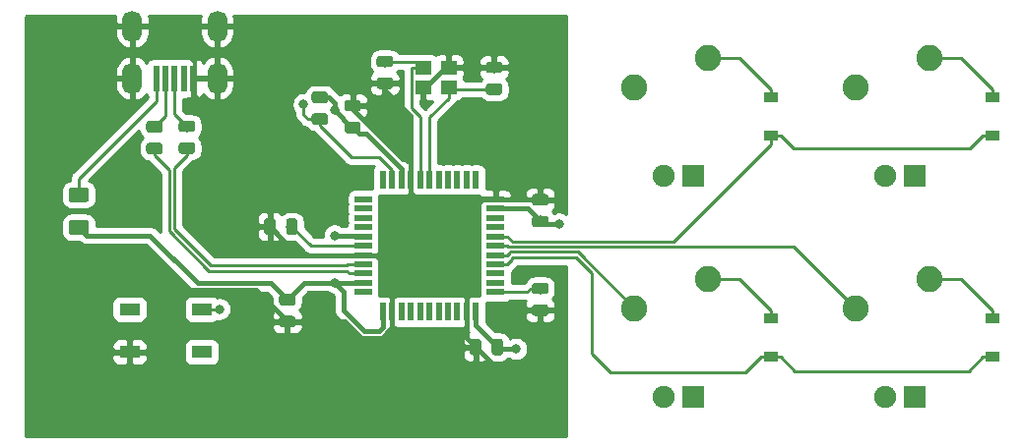
<source format=gbl>
G04 #@! TF.GenerationSoftware,KiCad,Pcbnew,(5.1.4)-1*
G04 #@! TF.CreationDate,2024-07-18T00:41:49-04:00*
G04 #@! TF.ProjectId,ai03-pcb-guide,61693033-2d70-4636-922d-67756964652e,rev?*
G04 #@! TF.SameCoordinates,Original*
G04 #@! TF.FileFunction,Copper,L2,Bot*
G04 #@! TF.FilePolarity,Positive*
%FSLAX46Y46*%
G04 Gerber Fmt 4.6, Leading zero omitted, Abs format (unit mm)*
G04 Created by KiCad (PCBNEW (5.1.4)-1) date 2024-07-18 00:41:49*
%MOMM*%
%LPD*%
G04 APERTURE LIST*
%ADD10C,2.250000*%
%ADD11C,1.905000*%
%ADD12R,1.905000X1.905000*%
%ADD13R,1.400000X1.200000*%
%ADD14R,0.500000X2.250000*%
%ADD15O,1.700000X2.700000*%
%ADD16R,0.550000X1.500000*%
%ADD17R,1.500000X0.550000*%
%ADD18R,1.800000X1.100000*%
%ADD19C,0.100000*%
%ADD20C,0.975000*%
%ADD21C,1.250000*%
%ADD22R,1.200000X0.900000*%
%ADD23C,0.800000*%
%ADD24C,0.381000*%
%ADD25C,0.254000*%
G04 APERTURE END LIST*
D10*
X126365000Y-28257500D03*
X120015000Y-30797500D03*
D11*
X122555000Y-38417500D03*
D12*
X125095000Y-38417500D03*
D13*
X85004000Y-30783000D03*
X82804000Y-30783000D03*
X82804000Y-29083000D03*
X85004000Y-29083000D03*
D14*
X63037500Y-30027000D03*
X62237500Y-30027000D03*
X61437500Y-30027000D03*
X60637500Y-30027000D03*
X59837500Y-30027000D03*
D15*
X57787500Y-30027000D03*
X65087500Y-30027000D03*
X65087500Y-25527000D03*
X57787500Y-25527000D03*
D16*
X79343750Y-50150000D03*
X80143750Y-50150000D03*
X80943750Y-50150000D03*
X81743750Y-50150000D03*
X82543750Y-50150000D03*
X83343750Y-50150000D03*
X84143750Y-50150000D03*
X84943750Y-50150000D03*
X85743750Y-50150000D03*
X86543750Y-50150000D03*
X87343750Y-50150000D03*
D17*
X89043750Y-48450000D03*
X89043750Y-47650000D03*
X89043750Y-46850000D03*
X89043750Y-46050000D03*
X89043750Y-45250000D03*
X89043750Y-44450000D03*
X89043750Y-43650000D03*
X89043750Y-42850000D03*
X89043750Y-42050000D03*
X89043750Y-41250000D03*
X89043750Y-40450000D03*
D16*
X87343750Y-38750000D03*
X86543750Y-38750000D03*
X85743750Y-38750000D03*
X84943750Y-38750000D03*
X84143750Y-38750000D03*
X83343750Y-38750000D03*
X82543750Y-38750000D03*
X81743750Y-38750000D03*
X80943750Y-38750000D03*
X80143750Y-38750000D03*
X79343750Y-38750000D03*
D17*
X77643750Y-40450000D03*
X77643750Y-41250000D03*
X77643750Y-42050000D03*
X77643750Y-42850000D03*
X77643750Y-43650000D03*
X77643750Y-44450000D03*
X77643750Y-45250000D03*
X77643750Y-46050000D03*
X77643750Y-46850000D03*
X77643750Y-47650000D03*
X77643750Y-48450000D03*
D18*
X57554000Y-53611000D03*
X63754000Y-49911000D03*
X57554000Y-49911000D03*
X63754000Y-53611000D03*
D19*
G36*
X93348892Y-47644924D02*
G01*
X93372553Y-47648434D01*
X93395757Y-47654246D01*
X93418279Y-47662304D01*
X93439903Y-47672532D01*
X93460420Y-47684829D01*
X93479633Y-47699079D01*
X93497357Y-47715143D01*
X93513421Y-47732867D01*
X93527671Y-47752080D01*
X93539968Y-47772597D01*
X93550196Y-47794221D01*
X93558254Y-47816743D01*
X93564066Y-47839947D01*
X93567576Y-47863608D01*
X93568750Y-47887500D01*
X93568750Y-48375000D01*
X93567576Y-48398892D01*
X93564066Y-48422553D01*
X93558254Y-48445757D01*
X93550196Y-48468279D01*
X93539968Y-48489903D01*
X93527671Y-48510420D01*
X93513421Y-48529633D01*
X93497357Y-48547357D01*
X93479633Y-48563421D01*
X93460420Y-48577671D01*
X93439903Y-48589968D01*
X93418279Y-48600196D01*
X93395757Y-48608254D01*
X93372553Y-48614066D01*
X93348892Y-48617576D01*
X93325000Y-48618750D01*
X92412500Y-48618750D01*
X92388608Y-48617576D01*
X92364947Y-48614066D01*
X92341743Y-48608254D01*
X92319221Y-48600196D01*
X92297597Y-48589968D01*
X92277080Y-48577671D01*
X92257867Y-48563421D01*
X92240143Y-48547357D01*
X92224079Y-48529633D01*
X92209829Y-48510420D01*
X92197532Y-48489903D01*
X92187304Y-48468279D01*
X92179246Y-48445757D01*
X92173434Y-48422553D01*
X92169924Y-48398892D01*
X92168750Y-48375000D01*
X92168750Y-47887500D01*
X92169924Y-47863608D01*
X92173434Y-47839947D01*
X92179246Y-47816743D01*
X92187304Y-47794221D01*
X92197532Y-47772597D01*
X92209829Y-47752080D01*
X92224079Y-47732867D01*
X92240143Y-47715143D01*
X92257867Y-47699079D01*
X92277080Y-47684829D01*
X92297597Y-47672532D01*
X92319221Y-47662304D01*
X92341743Y-47654246D01*
X92364947Y-47648434D01*
X92388608Y-47644924D01*
X92412500Y-47643750D01*
X93325000Y-47643750D01*
X93348892Y-47644924D01*
X93348892Y-47644924D01*
G37*
D20*
X92868750Y-48131250D03*
D19*
G36*
X93348892Y-49519924D02*
G01*
X93372553Y-49523434D01*
X93395757Y-49529246D01*
X93418279Y-49537304D01*
X93439903Y-49547532D01*
X93460420Y-49559829D01*
X93479633Y-49574079D01*
X93497357Y-49590143D01*
X93513421Y-49607867D01*
X93527671Y-49627080D01*
X93539968Y-49647597D01*
X93550196Y-49669221D01*
X93558254Y-49691743D01*
X93564066Y-49714947D01*
X93567576Y-49738608D01*
X93568750Y-49762500D01*
X93568750Y-50250000D01*
X93567576Y-50273892D01*
X93564066Y-50297553D01*
X93558254Y-50320757D01*
X93550196Y-50343279D01*
X93539968Y-50364903D01*
X93527671Y-50385420D01*
X93513421Y-50404633D01*
X93497357Y-50422357D01*
X93479633Y-50438421D01*
X93460420Y-50452671D01*
X93439903Y-50464968D01*
X93418279Y-50475196D01*
X93395757Y-50483254D01*
X93372553Y-50489066D01*
X93348892Y-50492576D01*
X93325000Y-50493750D01*
X92412500Y-50493750D01*
X92388608Y-50492576D01*
X92364947Y-50489066D01*
X92341743Y-50483254D01*
X92319221Y-50475196D01*
X92297597Y-50464968D01*
X92277080Y-50452671D01*
X92257867Y-50438421D01*
X92240143Y-50422357D01*
X92224079Y-50404633D01*
X92209829Y-50385420D01*
X92197532Y-50364903D01*
X92187304Y-50343279D01*
X92179246Y-50320757D01*
X92173434Y-50297553D01*
X92169924Y-50273892D01*
X92168750Y-50250000D01*
X92168750Y-49762500D01*
X92169924Y-49738608D01*
X92173434Y-49714947D01*
X92179246Y-49691743D01*
X92187304Y-49669221D01*
X92197532Y-49647597D01*
X92209829Y-49627080D01*
X92224079Y-49607867D01*
X92240143Y-49590143D01*
X92257867Y-49574079D01*
X92277080Y-49559829D01*
X92297597Y-49547532D01*
X92319221Y-49537304D01*
X92341743Y-49529246D01*
X92364947Y-49523434D01*
X92388608Y-49519924D01*
X92412500Y-49518750D01*
X93325000Y-49518750D01*
X93348892Y-49519924D01*
X93348892Y-49519924D01*
G37*
D20*
X92868750Y-50006250D03*
D19*
G36*
X60170142Y-33706674D02*
G01*
X60193803Y-33710184D01*
X60217007Y-33715996D01*
X60239529Y-33724054D01*
X60261153Y-33734282D01*
X60281670Y-33746579D01*
X60300883Y-33760829D01*
X60318607Y-33776893D01*
X60334671Y-33794617D01*
X60348921Y-33813830D01*
X60361218Y-33834347D01*
X60371446Y-33855971D01*
X60379504Y-33878493D01*
X60385316Y-33901697D01*
X60388826Y-33925358D01*
X60390000Y-33949250D01*
X60390000Y-34436750D01*
X60388826Y-34460642D01*
X60385316Y-34484303D01*
X60379504Y-34507507D01*
X60371446Y-34530029D01*
X60361218Y-34551653D01*
X60348921Y-34572170D01*
X60334671Y-34591383D01*
X60318607Y-34609107D01*
X60300883Y-34625171D01*
X60281670Y-34639421D01*
X60261153Y-34651718D01*
X60239529Y-34661946D01*
X60217007Y-34670004D01*
X60193803Y-34675816D01*
X60170142Y-34679326D01*
X60146250Y-34680500D01*
X59233750Y-34680500D01*
X59209858Y-34679326D01*
X59186197Y-34675816D01*
X59162993Y-34670004D01*
X59140471Y-34661946D01*
X59118847Y-34651718D01*
X59098330Y-34639421D01*
X59079117Y-34625171D01*
X59061393Y-34609107D01*
X59045329Y-34591383D01*
X59031079Y-34572170D01*
X59018782Y-34551653D01*
X59008554Y-34530029D01*
X59000496Y-34507507D01*
X58994684Y-34484303D01*
X58991174Y-34460642D01*
X58990000Y-34436750D01*
X58990000Y-33949250D01*
X58991174Y-33925358D01*
X58994684Y-33901697D01*
X59000496Y-33878493D01*
X59008554Y-33855971D01*
X59018782Y-33834347D01*
X59031079Y-33813830D01*
X59045329Y-33794617D01*
X59061393Y-33776893D01*
X59079117Y-33760829D01*
X59098330Y-33746579D01*
X59118847Y-33734282D01*
X59140471Y-33724054D01*
X59162993Y-33715996D01*
X59186197Y-33710184D01*
X59209858Y-33706674D01*
X59233750Y-33705500D01*
X60146250Y-33705500D01*
X60170142Y-33706674D01*
X60170142Y-33706674D01*
G37*
D20*
X59690000Y-34193000D03*
D19*
G36*
X60170142Y-35581674D02*
G01*
X60193803Y-35585184D01*
X60217007Y-35590996D01*
X60239529Y-35599054D01*
X60261153Y-35609282D01*
X60281670Y-35621579D01*
X60300883Y-35635829D01*
X60318607Y-35651893D01*
X60334671Y-35669617D01*
X60348921Y-35688830D01*
X60361218Y-35709347D01*
X60371446Y-35730971D01*
X60379504Y-35753493D01*
X60385316Y-35776697D01*
X60388826Y-35800358D01*
X60390000Y-35824250D01*
X60390000Y-36311750D01*
X60388826Y-36335642D01*
X60385316Y-36359303D01*
X60379504Y-36382507D01*
X60371446Y-36405029D01*
X60361218Y-36426653D01*
X60348921Y-36447170D01*
X60334671Y-36466383D01*
X60318607Y-36484107D01*
X60300883Y-36500171D01*
X60281670Y-36514421D01*
X60261153Y-36526718D01*
X60239529Y-36536946D01*
X60217007Y-36545004D01*
X60193803Y-36550816D01*
X60170142Y-36554326D01*
X60146250Y-36555500D01*
X59233750Y-36555500D01*
X59209858Y-36554326D01*
X59186197Y-36550816D01*
X59162993Y-36545004D01*
X59140471Y-36536946D01*
X59118847Y-36526718D01*
X59098330Y-36514421D01*
X59079117Y-36500171D01*
X59061393Y-36484107D01*
X59045329Y-36466383D01*
X59031079Y-36447170D01*
X59018782Y-36426653D01*
X59008554Y-36405029D01*
X59000496Y-36382507D01*
X58994684Y-36359303D01*
X58991174Y-36335642D01*
X58990000Y-36311750D01*
X58990000Y-35824250D01*
X58991174Y-35800358D01*
X58994684Y-35776697D01*
X59000496Y-35753493D01*
X59008554Y-35730971D01*
X59018782Y-35709347D01*
X59031079Y-35688830D01*
X59045329Y-35669617D01*
X59061393Y-35651893D01*
X59079117Y-35635829D01*
X59098330Y-35621579D01*
X59118847Y-35609282D01*
X59140471Y-35599054D01*
X59162993Y-35590996D01*
X59186197Y-35585184D01*
X59209858Y-35581674D01*
X59233750Y-35580500D01*
X60146250Y-35580500D01*
X60170142Y-35581674D01*
X60170142Y-35581674D01*
G37*
D20*
X59690000Y-36068000D03*
D19*
G36*
X62964142Y-33676674D02*
G01*
X62987803Y-33680184D01*
X63011007Y-33685996D01*
X63033529Y-33694054D01*
X63055153Y-33704282D01*
X63075670Y-33716579D01*
X63094883Y-33730829D01*
X63112607Y-33746893D01*
X63128671Y-33764617D01*
X63142921Y-33783830D01*
X63155218Y-33804347D01*
X63165446Y-33825971D01*
X63173504Y-33848493D01*
X63179316Y-33871697D01*
X63182826Y-33895358D01*
X63184000Y-33919250D01*
X63184000Y-34406750D01*
X63182826Y-34430642D01*
X63179316Y-34454303D01*
X63173504Y-34477507D01*
X63165446Y-34500029D01*
X63155218Y-34521653D01*
X63142921Y-34542170D01*
X63128671Y-34561383D01*
X63112607Y-34579107D01*
X63094883Y-34595171D01*
X63075670Y-34609421D01*
X63055153Y-34621718D01*
X63033529Y-34631946D01*
X63011007Y-34640004D01*
X62987803Y-34645816D01*
X62964142Y-34649326D01*
X62940250Y-34650500D01*
X62027750Y-34650500D01*
X62003858Y-34649326D01*
X61980197Y-34645816D01*
X61956993Y-34640004D01*
X61934471Y-34631946D01*
X61912847Y-34621718D01*
X61892330Y-34609421D01*
X61873117Y-34595171D01*
X61855393Y-34579107D01*
X61839329Y-34561383D01*
X61825079Y-34542170D01*
X61812782Y-34521653D01*
X61802554Y-34500029D01*
X61794496Y-34477507D01*
X61788684Y-34454303D01*
X61785174Y-34430642D01*
X61784000Y-34406750D01*
X61784000Y-33919250D01*
X61785174Y-33895358D01*
X61788684Y-33871697D01*
X61794496Y-33848493D01*
X61802554Y-33825971D01*
X61812782Y-33804347D01*
X61825079Y-33783830D01*
X61839329Y-33764617D01*
X61855393Y-33746893D01*
X61873117Y-33730829D01*
X61892330Y-33716579D01*
X61912847Y-33704282D01*
X61934471Y-33694054D01*
X61956993Y-33685996D01*
X61980197Y-33680184D01*
X62003858Y-33676674D01*
X62027750Y-33675500D01*
X62940250Y-33675500D01*
X62964142Y-33676674D01*
X62964142Y-33676674D01*
G37*
D20*
X62484000Y-34163000D03*
D19*
G36*
X62964142Y-35551674D02*
G01*
X62987803Y-35555184D01*
X63011007Y-35560996D01*
X63033529Y-35569054D01*
X63055153Y-35579282D01*
X63075670Y-35591579D01*
X63094883Y-35605829D01*
X63112607Y-35621893D01*
X63128671Y-35639617D01*
X63142921Y-35658830D01*
X63155218Y-35679347D01*
X63165446Y-35700971D01*
X63173504Y-35723493D01*
X63179316Y-35746697D01*
X63182826Y-35770358D01*
X63184000Y-35794250D01*
X63184000Y-36281750D01*
X63182826Y-36305642D01*
X63179316Y-36329303D01*
X63173504Y-36352507D01*
X63165446Y-36375029D01*
X63155218Y-36396653D01*
X63142921Y-36417170D01*
X63128671Y-36436383D01*
X63112607Y-36454107D01*
X63094883Y-36470171D01*
X63075670Y-36484421D01*
X63055153Y-36496718D01*
X63033529Y-36506946D01*
X63011007Y-36515004D01*
X62987803Y-36520816D01*
X62964142Y-36524326D01*
X62940250Y-36525500D01*
X62027750Y-36525500D01*
X62003858Y-36524326D01*
X61980197Y-36520816D01*
X61956993Y-36515004D01*
X61934471Y-36506946D01*
X61912847Y-36496718D01*
X61892330Y-36484421D01*
X61873117Y-36470171D01*
X61855393Y-36454107D01*
X61839329Y-36436383D01*
X61825079Y-36417170D01*
X61812782Y-36396653D01*
X61802554Y-36375029D01*
X61794496Y-36352507D01*
X61788684Y-36329303D01*
X61785174Y-36305642D01*
X61784000Y-36281750D01*
X61784000Y-35794250D01*
X61785174Y-35770358D01*
X61788684Y-35746697D01*
X61794496Y-35723493D01*
X61802554Y-35700971D01*
X61812782Y-35679347D01*
X61825079Y-35658830D01*
X61839329Y-35639617D01*
X61855393Y-35621893D01*
X61873117Y-35605829D01*
X61892330Y-35591579D01*
X61912847Y-35579282D01*
X61934471Y-35569054D01*
X61956993Y-35560996D01*
X61980197Y-35555184D01*
X62003858Y-35551674D01*
X62027750Y-35550500D01*
X62940250Y-35550500D01*
X62964142Y-35551674D01*
X62964142Y-35551674D01*
G37*
D20*
X62484000Y-36038000D03*
D19*
G36*
X74394142Y-31166674D02*
G01*
X74417803Y-31170184D01*
X74441007Y-31175996D01*
X74463529Y-31184054D01*
X74485153Y-31194282D01*
X74505670Y-31206579D01*
X74524883Y-31220829D01*
X74542607Y-31236893D01*
X74558671Y-31254617D01*
X74572921Y-31273830D01*
X74585218Y-31294347D01*
X74595446Y-31315971D01*
X74603504Y-31338493D01*
X74609316Y-31361697D01*
X74612826Y-31385358D01*
X74614000Y-31409250D01*
X74614000Y-31896750D01*
X74612826Y-31920642D01*
X74609316Y-31944303D01*
X74603504Y-31967507D01*
X74595446Y-31990029D01*
X74585218Y-32011653D01*
X74572921Y-32032170D01*
X74558671Y-32051383D01*
X74542607Y-32069107D01*
X74524883Y-32085171D01*
X74505670Y-32099421D01*
X74485153Y-32111718D01*
X74463529Y-32121946D01*
X74441007Y-32130004D01*
X74417803Y-32135816D01*
X74394142Y-32139326D01*
X74370250Y-32140500D01*
X73457750Y-32140500D01*
X73433858Y-32139326D01*
X73410197Y-32135816D01*
X73386993Y-32130004D01*
X73364471Y-32121946D01*
X73342847Y-32111718D01*
X73322330Y-32099421D01*
X73303117Y-32085171D01*
X73285393Y-32069107D01*
X73269329Y-32051383D01*
X73255079Y-32032170D01*
X73242782Y-32011653D01*
X73232554Y-31990029D01*
X73224496Y-31967507D01*
X73218684Y-31944303D01*
X73215174Y-31920642D01*
X73214000Y-31896750D01*
X73214000Y-31409250D01*
X73215174Y-31385358D01*
X73218684Y-31361697D01*
X73224496Y-31338493D01*
X73232554Y-31315971D01*
X73242782Y-31294347D01*
X73255079Y-31273830D01*
X73269329Y-31254617D01*
X73285393Y-31236893D01*
X73303117Y-31220829D01*
X73322330Y-31206579D01*
X73342847Y-31194282D01*
X73364471Y-31184054D01*
X73386993Y-31175996D01*
X73410197Y-31170184D01*
X73433858Y-31166674D01*
X73457750Y-31165500D01*
X74370250Y-31165500D01*
X74394142Y-31166674D01*
X74394142Y-31166674D01*
G37*
D20*
X73914000Y-31653000D03*
D19*
G36*
X74394142Y-33041674D02*
G01*
X74417803Y-33045184D01*
X74441007Y-33050996D01*
X74463529Y-33059054D01*
X74485153Y-33069282D01*
X74505670Y-33081579D01*
X74524883Y-33095829D01*
X74542607Y-33111893D01*
X74558671Y-33129617D01*
X74572921Y-33148830D01*
X74585218Y-33169347D01*
X74595446Y-33190971D01*
X74603504Y-33213493D01*
X74609316Y-33236697D01*
X74612826Y-33260358D01*
X74614000Y-33284250D01*
X74614000Y-33771750D01*
X74612826Y-33795642D01*
X74609316Y-33819303D01*
X74603504Y-33842507D01*
X74595446Y-33865029D01*
X74585218Y-33886653D01*
X74572921Y-33907170D01*
X74558671Y-33926383D01*
X74542607Y-33944107D01*
X74524883Y-33960171D01*
X74505670Y-33974421D01*
X74485153Y-33986718D01*
X74463529Y-33996946D01*
X74441007Y-34005004D01*
X74417803Y-34010816D01*
X74394142Y-34014326D01*
X74370250Y-34015500D01*
X73457750Y-34015500D01*
X73433858Y-34014326D01*
X73410197Y-34010816D01*
X73386993Y-34005004D01*
X73364471Y-33996946D01*
X73342847Y-33986718D01*
X73322330Y-33974421D01*
X73303117Y-33960171D01*
X73285393Y-33944107D01*
X73269329Y-33926383D01*
X73255079Y-33907170D01*
X73242782Y-33886653D01*
X73232554Y-33865029D01*
X73224496Y-33842507D01*
X73218684Y-33819303D01*
X73215174Y-33795642D01*
X73214000Y-33771750D01*
X73214000Y-33284250D01*
X73215174Y-33260358D01*
X73218684Y-33236697D01*
X73224496Y-33213493D01*
X73232554Y-33190971D01*
X73242782Y-33169347D01*
X73255079Y-33148830D01*
X73269329Y-33129617D01*
X73285393Y-33111893D01*
X73303117Y-33095829D01*
X73322330Y-33081579D01*
X73342847Y-33069282D01*
X73364471Y-33059054D01*
X73386993Y-33050996D01*
X73410197Y-33045184D01*
X73433858Y-33041674D01*
X73457750Y-33040500D01*
X74370250Y-33040500D01*
X74394142Y-33041674D01*
X74394142Y-33041674D01*
G37*
D20*
X73914000Y-33528000D03*
D10*
X126365000Y-47307500D03*
X120015000Y-49847500D03*
D11*
X122555000Y-57467500D03*
D12*
X125095000Y-57467500D03*
D10*
X107315000Y-47307500D03*
X100965000Y-49847500D03*
D11*
X103505000Y-57467500D03*
D12*
X106045000Y-57467500D03*
D10*
X107315000Y-28257500D03*
X100965000Y-30797500D03*
D11*
X103505000Y-38417500D03*
D12*
X106045000Y-38417500D03*
D19*
G36*
X53830754Y-39438704D02*
G01*
X53855023Y-39442304D01*
X53878821Y-39448265D01*
X53901921Y-39456530D01*
X53924099Y-39467020D01*
X53945143Y-39479633D01*
X53964848Y-39494247D01*
X53983027Y-39510723D01*
X53999503Y-39528902D01*
X54014117Y-39548607D01*
X54026730Y-39569651D01*
X54037220Y-39591829D01*
X54045485Y-39614929D01*
X54051446Y-39638727D01*
X54055046Y-39662996D01*
X54056250Y-39687500D01*
X54056250Y-40437500D01*
X54055046Y-40462004D01*
X54051446Y-40486273D01*
X54045485Y-40510071D01*
X54037220Y-40533171D01*
X54026730Y-40555349D01*
X54014117Y-40576393D01*
X53999503Y-40596098D01*
X53983027Y-40614277D01*
X53964848Y-40630753D01*
X53945143Y-40645367D01*
X53924099Y-40657980D01*
X53901921Y-40668470D01*
X53878821Y-40676735D01*
X53855023Y-40682696D01*
X53830754Y-40686296D01*
X53806250Y-40687500D01*
X52556250Y-40687500D01*
X52531746Y-40686296D01*
X52507477Y-40682696D01*
X52483679Y-40676735D01*
X52460579Y-40668470D01*
X52438401Y-40657980D01*
X52417357Y-40645367D01*
X52397652Y-40630753D01*
X52379473Y-40614277D01*
X52362997Y-40596098D01*
X52348383Y-40576393D01*
X52335770Y-40555349D01*
X52325280Y-40533171D01*
X52317015Y-40510071D01*
X52311054Y-40486273D01*
X52307454Y-40462004D01*
X52306250Y-40437500D01*
X52306250Y-39687500D01*
X52307454Y-39662996D01*
X52311054Y-39638727D01*
X52317015Y-39614929D01*
X52325280Y-39591829D01*
X52335770Y-39569651D01*
X52348383Y-39548607D01*
X52362997Y-39528902D01*
X52379473Y-39510723D01*
X52397652Y-39494247D01*
X52417357Y-39479633D01*
X52438401Y-39467020D01*
X52460579Y-39456530D01*
X52483679Y-39448265D01*
X52507477Y-39442304D01*
X52531746Y-39438704D01*
X52556250Y-39437500D01*
X53806250Y-39437500D01*
X53830754Y-39438704D01*
X53830754Y-39438704D01*
G37*
D21*
X53181250Y-40062500D03*
D19*
G36*
X53830754Y-42238704D02*
G01*
X53855023Y-42242304D01*
X53878821Y-42248265D01*
X53901921Y-42256530D01*
X53924099Y-42267020D01*
X53945143Y-42279633D01*
X53964848Y-42294247D01*
X53983027Y-42310723D01*
X53999503Y-42328902D01*
X54014117Y-42348607D01*
X54026730Y-42369651D01*
X54037220Y-42391829D01*
X54045485Y-42414929D01*
X54051446Y-42438727D01*
X54055046Y-42462996D01*
X54056250Y-42487500D01*
X54056250Y-43237500D01*
X54055046Y-43262004D01*
X54051446Y-43286273D01*
X54045485Y-43310071D01*
X54037220Y-43333171D01*
X54026730Y-43355349D01*
X54014117Y-43376393D01*
X53999503Y-43396098D01*
X53983027Y-43414277D01*
X53964848Y-43430753D01*
X53945143Y-43445367D01*
X53924099Y-43457980D01*
X53901921Y-43468470D01*
X53878821Y-43476735D01*
X53855023Y-43482696D01*
X53830754Y-43486296D01*
X53806250Y-43487500D01*
X52556250Y-43487500D01*
X52531746Y-43486296D01*
X52507477Y-43482696D01*
X52483679Y-43476735D01*
X52460579Y-43468470D01*
X52438401Y-43457980D01*
X52417357Y-43445367D01*
X52397652Y-43430753D01*
X52379473Y-43414277D01*
X52362997Y-43396098D01*
X52348383Y-43376393D01*
X52335770Y-43355349D01*
X52325280Y-43333171D01*
X52317015Y-43310071D01*
X52311054Y-43286273D01*
X52307454Y-43262004D01*
X52306250Y-43237500D01*
X52306250Y-42487500D01*
X52307454Y-42462996D01*
X52311054Y-42438727D01*
X52317015Y-42414929D01*
X52325280Y-42391829D01*
X52335770Y-42369651D01*
X52348383Y-42348607D01*
X52362997Y-42328902D01*
X52379473Y-42310723D01*
X52397652Y-42294247D01*
X52417357Y-42279633D01*
X52438401Y-42267020D01*
X52460579Y-42256530D01*
X52483679Y-42248265D01*
X52507477Y-42242304D01*
X52531746Y-42238704D01*
X52556250Y-42237500D01*
X53806250Y-42237500D01*
X53830754Y-42238704D01*
X53830754Y-42238704D01*
G37*
D21*
X53181250Y-42862500D03*
D22*
X131762500Y-50737500D03*
X131762500Y-54037500D03*
X112712500Y-50737500D03*
X112712500Y-54037500D03*
X131762500Y-31687500D03*
X131762500Y-34987500D03*
X112712500Y-31687500D03*
X112712500Y-34987500D03*
D19*
G36*
X71600142Y-50489174D02*
G01*
X71623803Y-50492684D01*
X71647007Y-50498496D01*
X71669529Y-50506554D01*
X71691153Y-50516782D01*
X71711670Y-50529079D01*
X71730883Y-50543329D01*
X71748607Y-50559393D01*
X71764671Y-50577117D01*
X71778921Y-50596330D01*
X71791218Y-50616847D01*
X71801446Y-50638471D01*
X71809504Y-50660993D01*
X71815316Y-50684197D01*
X71818826Y-50707858D01*
X71820000Y-50731750D01*
X71820000Y-51219250D01*
X71818826Y-51243142D01*
X71815316Y-51266803D01*
X71809504Y-51290007D01*
X71801446Y-51312529D01*
X71791218Y-51334153D01*
X71778921Y-51354670D01*
X71764671Y-51373883D01*
X71748607Y-51391607D01*
X71730883Y-51407671D01*
X71711670Y-51421921D01*
X71691153Y-51434218D01*
X71669529Y-51444446D01*
X71647007Y-51452504D01*
X71623803Y-51458316D01*
X71600142Y-51461826D01*
X71576250Y-51463000D01*
X70663750Y-51463000D01*
X70639858Y-51461826D01*
X70616197Y-51458316D01*
X70592993Y-51452504D01*
X70570471Y-51444446D01*
X70548847Y-51434218D01*
X70528330Y-51421921D01*
X70509117Y-51407671D01*
X70491393Y-51391607D01*
X70475329Y-51373883D01*
X70461079Y-51354670D01*
X70448782Y-51334153D01*
X70438554Y-51312529D01*
X70430496Y-51290007D01*
X70424684Y-51266803D01*
X70421174Y-51243142D01*
X70420000Y-51219250D01*
X70420000Y-50731750D01*
X70421174Y-50707858D01*
X70424684Y-50684197D01*
X70430496Y-50660993D01*
X70438554Y-50638471D01*
X70448782Y-50616847D01*
X70461079Y-50596330D01*
X70475329Y-50577117D01*
X70491393Y-50559393D01*
X70509117Y-50543329D01*
X70528330Y-50529079D01*
X70548847Y-50516782D01*
X70570471Y-50506554D01*
X70592993Y-50498496D01*
X70616197Y-50492684D01*
X70639858Y-50489174D01*
X70663750Y-50488000D01*
X71576250Y-50488000D01*
X71600142Y-50489174D01*
X71600142Y-50489174D01*
G37*
D20*
X71120000Y-50975500D03*
D19*
G36*
X71600142Y-48614174D02*
G01*
X71623803Y-48617684D01*
X71647007Y-48623496D01*
X71669529Y-48631554D01*
X71691153Y-48641782D01*
X71711670Y-48654079D01*
X71730883Y-48668329D01*
X71748607Y-48684393D01*
X71764671Y-48702117D01*
X71778921Y-48721330D01*
X71791218Y-48741847D01*
X71801446Y-48763471D01*
X71809504Y-48785993D01*
X71815316Y-48809197D01*
X71818826Y-48832858D01*
X71820000Y-48856750D01*
X71820000Y-49344250D01*
X71818826Y-49368142D01*
X71815316Y-49391803D01*
X71809504Y-49415007D01*
X71801446Y-49437529D01*
X71791218Y-49459153D01*
X71778921Y-49479670D01*
X71764671Y-49498883D01*
X71748607Y-49516607D01*
X71730883Y-49532671D01*
X71711670Y-49546921D01*
X71691153Y-49559218D01*
X71669529Y-49569446D01*
X71647007Y-49577504D01*
X71623803Y-49583316D01*
X71600142Y-49586826D01*
X71576250Y-49588000D01*
X70663750Y-49588000D01*
X70639858Y-49586826D01*
X70616197Y-49583316D01*
X70592993Y-49577504D01*
X70570471Y-49569446D01*
X70548847Y-49559218D01*
X70528330Y-49546921D01*
X70509117Y-49532671D01*
X70491393Y-49516607D01*
X70475329Y-49498883D01*
X70461079Y-49479670D01*
X70448782Y-49459153D01*
X70438554Y-49437529D01*
X70430496Y-49415007D01*
X70424684Y-49391803D01*
X70421174Y-49368142D01*
X70420000Y-49344250D01*
X70420000Y-48856750D01*
X70421174Y-48832858D01*
X70424684Y-48809197D01*
X70430496Y-48785993D01*
X70438554Y-48763471D01*
X70448782Y-48741847D01*
X70461079Y-48721330D01*
X70475329Y-48702117D01*
X70491393Y-48684393D01*
X70509117Y-48668329D01*
X70528330Y-48654079D01*
X70548847Y-48641782D01*
X70570471Y-48631554D01*
X70592993Y-48623496D01*
X70616197Y-48617684D01*
X70639858Y-48614174D01*
X70663750Y-48613000D01*
X71576250Y-48613000D01*
X71600142Y-48614174D01*
X71600142Y-48614174D01*
G37*
D20*
X71120000Y-49100500D03*
D19*
G36*
X87580142Y-52482424D02*
G01*
X87603803Y-52485934D01*
X87627007Y-52491746D01*
X87649529Y-52499804D01*
X87671153Y-52510032D01*
X87691670Y-52522329D01*
X87710883Y-52536579D01*
X87728607Y-52552643D01*
X87744671Y-52570367D01*
X87758921Y-52589580D01*
X87771218Y-52610097D01*
X87781446Y-52631721D01*
X87789504Y-52654243D01*
X87795316Y-52677447D01*
X87798826Y-52701108D01*
X87800000Y-52725000D01*
X87800000Y-53637500D01*
X87798826Y-53661392D01*
X87795316Y-53685053D01*
X87789504Y-53708257D01*
X87781446Y-53730779D01*
X87771218Y-53752403D01*
X87758921Y-53772920D01*
X87744671Y-53792133D01*
X87728607Y-53809857D01*
X87710883Y-53825921D01*
X87691670Y-53840171D01*
X87671153Y-53852468D01*
X87649529Y-53862696D01*
X87627007Y-53870754D01*
X87603803Y-53876566D01*
X87580142Y-53880076D01*
X87556250Y-53881250D01*
X87068750Y-53881250D01*
X87044858Y-53880076D01*
X87021197Y-53876566D01*
X86997993Y-53870754D01*
X86975471Y-53862696D01*
X86953847Y-53852468D01*
X86933330Y-53840171D01*
X86914117Y-53825921D01*
X86896393Y-53809857D01*
X86880329Y-53792133D01*
X86866079Y-53772920D01*
X86853782Y-53752403D01*
X86843554Y-53730779D01*
X86835496Y-53708257D01*
X86829684Y-53685053D01*
X86826174Y-53661392D01*
X86825000Y-53637500D01*
X86825000Y-52725000D01*
X86826174Y-52701108D01*
X86829684Y-52677447D01*
X86835496Y-52654243D01*
X86843554Y-52631721D01*
X86853782Y-52610097D01*
X86866079Y-52589580D01*
X86880329Y-52570367D01*
X86896393Y-52552643D01*
X86914117Y-52536579D01*
X86933330Y-52522329D01*
X86953847Y-52510032D01*
X86975471Y-52499804D01*
X86997993Y-52491746D01*
X87021197Y-52485934D01*
X87044858Y-52482424D01*
X87068750Y-52481250D01*
X87556250Y-52481250D01*
X87580142Y-52482424D01*
X87580142Y-52482424D01*
G37*
D20*
X87312500Y-53181250D03*
D19*
G36*
X89455142Y-52482424D02*
G01*
X89478803Y-52485934D01*
X89502007Y-52491746D01*
X89524529Y-52499804D01*
X89546153Y-52510032D01*
X89566670Y-52522329D01*
X89585883Y-52536579D01*
X89603607Y-52552643D01*
X89619671Y-52570367D01*
X89633921Y-52589580D01*
X89646218Y-52610097D01*
X89656446Y-52631721D01*
X89664504Y-52654243D01*
X89670316Y-52677447D01*
X89673826Y-52701108D01*
X89675000Y-52725000D01*
X89675000Y-53637500D01*
X89673826Y-53661392D01*
X89670316Y-53685053D01*
X89664504Y-53708257D01*
X89656446Y-53730779D01*
X89646218Y-53752403D01*
X89633921Y-53772920D01*
X89619671Y-53792133D01*
X89603607Y-53809857D01*
X89585883Y-53825921D01*
X89566670Y-53840171D01*
X89546153Y-53852468D01*
X89524529Y-53862696D01*
X89502007Y-53870754D01*
X89478803Y-53876566D01*
X89455142Y-53880076D01*
X89431250Y-53881250D01*
X88943750Y-53881250D01*
X88919858Y-53880076D01*
X88896197Y-53876566D01*
X88872993Y-53870754D01*
X88850471Y-53862696D01*
X88828847Y-53852468D01*
X88808330Y-53840171D01*
X88789117Y-53825921D01*
X88771393Y-53809857D01*
X88755329Y-53792133D01*
X88741079Y-53772920D01*
X88728782Y-53752403D01*
X88718554Y-53730779D01*
X88710496Y-53708257D01*
X88704684Y-53685053D01*
X88701174Y-53661392D01*
X88700000Y-53637500D01*
X88700000Y-52725000D01*
X88701174Y-52701108D01*
X88704684Y-52677447D01*
X88710496Y-52654243D01*
X88718554Y-52631721D01*
X88728782Y-52610097D01*
X88741079Y-52589580D01*
X88755329Y-52570367D01*
X88771393Y-52552643D01*
X88789117Y-52536579D01*
X88808330Y-52522329D01*
X88828847Y-52510032D01*
X88850471Y-52499804D01*
X88872993Y-52491746D01*
X88896197Y-52485934D01*
X88919858Y-52482424D01*
X88943750Y-52481250D01*
X89431250Y-52481250D01*
X89455142Y-52482424D01*
X89455142Y-52482424D01*
G37*
D20*
X89187500Y-53181250D03*
D19*
G36*
X93348892Y-39994924D02*
G01*
X93372553Y-39998434D01*
X93395757Y-40004246D01*
X93418279Y-40012304D01*
X93439903Y-40022532D01*
X93460420Y-40034829D01*
X93479633Y-40049079D01*
X93497357Y-40065143D01*
X93513421Y-40082867D01*
X93527671Y-40102080D01*
X93539968Y-40122597D01*
X93550196Y-40144221D01*
X93558254Y-40166743D01*
X93564066Y-40189947D01*
X93567576Y-40213608D01*
X93568750Y-40237500D01*
X93568750Y-40725000D01*
X93567576Y-40748892D01*
X93564066Y-40772553D01*
X93558254Y-40795757D01*
X93550196Y-40818279D01*
X93539968Y-40839903D01*
X93527671Y-40860420D01*
X93513421Y-40879633D01*
X93497357Y-40897357D01*
X93479633Y-40913421D01*
X93460420Y-40927671D01*
X93439903Y-40939968D01*
X93418279Y-40950196D01*
X93395757Y-40958254D01*
X93372553Y-40964066D01*
X93348892Y-40967576D01*
X93325000Y-40968750D01*
X92412500Y-40968750D01*
X92388608Y-40967576D01*
X92364947Y-40964066D01*
X92341743Y-40958254D01*
X92319221Y-40950196D01*
X92297597Y-40939968D01*
X92277080Y-40927671D01*
X92257867Y-40913421D01*
X92240143Y-40897357D01*
X92224079Y-40879633D01*
X92209829Y-40860420D01*
X92197532Y-40839903D01*
X92187304Y-40818279D01*
X92179246Y-40795757D01*
X92173434Y-40772553D01*
X92169924Y-40748892D01*
X92168750Y-40725000D01*
X92168750Y-40237500D01*
X92169924Y-40213608D01*
X92173434Y-40189947D01*
X92179246Y-40166743D01*
X92187304Y-40144221D01*
X92197532Y-40122597D01*
X92209829Y-40102080D01*
X92224079Y-40082867D01*
X92240143Y-40065143D01*
X92257867Y-40049079D01*
X92277080Y-40034829D01*
X92297597Y-40022532D01*
X92319221Y-40012304D01*
X92341743Y-40004246D01*
X92364947Y-39998434D01*
X92388608Y-39994924D01*
X92412500Y-39993750D01*
X93325000Y-39993750D01*
X93348892Y-39994924D01*
X93348892Y-39994924D01*
G37*
D20*
X92868750Y-40481250D03*
D19*
G36*
X93348892Y-41869924D02*
G01*
X93372553Y-41873434D01*
X93395757Y-41879246D01*
X93418279Y-41887304D01*
X93439903Y-41897532D01*
X93460420Y-41909829D01*
X93479633Y-41924079D01*
X93497357Y-41940143D01*
X93513421Y-41957867D01*
X93527671Y-41977080D01*
X93539968Y-41997597D01*
X93550196Y-42019221D01*
X93558254Y-42041743D01*
X93564066Y-42064947D01*
X93567576Y-42088608D01*
X93568750Y-42112500D01*
X93568750Y-42600000D01*
X93567576Y-42623892D01*
X93564066Y-42647553D01*
X93558254Y-42670757D01*
X93550196Y-42693279D01*
X93539968Y-42714903D01*
X93527671Y-42735420D01*
X93513421Y-42754633D01*
X93497357Y-42772357D01*
X93479633Y-42788421D01*
X93460420Y-42802671D01*
X93439903Y-42814968D01*
X93418279Y-42825196D01*
X93395757Y-42833254D01*
X93372553Y-42839066D01*
X93348892Y-42842576D01*
X93325000Y-42843750D01*
X92412500Y-42843750D01*
X92388608Y-42842576D01*
X92364947Y-42839066D01*
X92341743Y-42833254D01*
X92319221Y-42825196D01*
X92297597Y-42814968D01*
X92277080Y-42802671D01*
X92257867Y-42788421D01*
X92240143Y-42772357D01*
X92224079Y-42754633D01*
X92209829Y-42735420D01*
X92197532Y-42714903D01*
X92187304Y-42693279D01*
X92179246Y-42670757D01*
X92173434Y-42647553D01*
X92169924Y-42623892D01*
X92168750Y-42600000D01*
X92168750Y-42112500D01*
X92169924Y-42088608D01*
X92173434Y-42064947D01*
X92179246Y-42041743D01*
X92187304Y-42019221D01*
X92197532Y-41997597D01*
X92209829Y-41977080D01*
X92224079Y-41957867D01*
X92240143Y-41940143D01*
X92257867Y-41924079D01*
X92277080Y-41909829D01*
X92297597Y-41897532D01*
X92319221Y-41887304D01*
X92341743Y-41879246D01*
X92364947Y-41873434D01*
X92388608Y-41869924D01*
X92412500Y-41868750D01*
X93325000Y-41868750D01*
X93348892Y-41869924D01*
X93348892Y-41869924D01*
G37*
D20*
X92868750Y-42356250D03*
D19*
G36*
X77219892Y-33773674D02*
G01*
X77243553Y-33777184D01*
X77266757Y-33782996D01*
X77289279Y-33791054D01*
X77310903Y-33801282D01*
X77331420Y-33813579D01*
X77350633Y-33827829D01*
X77368357Y-33843893D01*
X77384421Y-33861617D01*
X77398671Y-33880830D01*
X77410968Y-33901347D01*
X77421196Y-33922971D01*
X77429254Y-33945493D01*
X77435066Y-33968697D01*
X77438576Y-33992358D01*
X77439750Y-34016250D01*
X77439750Y-34503750D01*
X77438576Y-34527642D01*
X77435066Y-34551303D01*
X77429254Y-34574507D01*
X77421196Y-34597029D01*
X77410968Y-34618653D01*
X77398671Y-34639170D01*
X77384421Y-34658383D01*
X77368357Y-34676107D01*
X77350633Y-34692171D01*
X77331420Y-34706421D01*
X77310903Y-34718718D01*
X77289279Y-34728946D01*
X77266757Y-34737004D01*
X77243553Y-34742816D01*
X77219892Y-34746326D01*
X77196000Y-34747500D01*
X76283500Y-34747500D01*
X76259608Y-34746326D01*
X76235947Y-34742816D01*
X76212743Y-34737004D01*
X76190221Y-34728946D01*
X76168597Y-34718718D01*
X76148080Y-34706421D01*
X76128867Y-34692171D01*
X76111143Y-34676107D01*
X76095079Y-34658383D01*
X76080829Y-34639170D01*
X76068532Y-34618653D01*
X76058304Y-34597029D01*
X76050246Y-34574507D01*
X76044434Y-34551303D01*
X76040924Y-34527642D01*
X76039750Y-34503750D01*
X76039750Y-34016250D01*
X76040924Y-33992358D01*
X76044434Y-33968697D01*
X76050246Y-33945493D01*
X76058304Y-33922971D01*
X76068532Y-33901347D01*
X76080829Y-33880830D01*
X76095079Y-33861617D01*
X76111143Y-33843893D01*
X76128867Y-33827829D01*
X76148080Y-33813579D01*
X76168597Y-33801282D01*
X76190221Y-33791054D01*
X76212743Y-33782996D01*
X76235947Y-33777184D01*
X76259608Y-33773674D01*
X76283500Y-33772500D01*
X77196000Y-33772500D01*
X77219892Y-33773674D01*
X77219892Y-33773674D01*
G37*
D20*
X76739750Y-34260000D03*
D19*
G36*
X77219892Y-31898674D02*
G01*
X77243553Y-31902184D01*
X77266757Y-31907996D01*
X77289279Y-31916054D01*
X77310903Y-31926282D01*
X77331420Y-31938579D01*
X77350633Y-31952829D01*
X77368357Y-31968893D01*
X77384421Y-31986617D01*
X77398671Y-32005830D01*
X77410968Y-32026347D01*
X77421196Y-32047971D01*
X77429254Y-32070493D01*
X77435066Y-32093697D01*
X77438576Y-32117358D01*
X77439750Y-32141250D01*
X77439750Y-32628750D01*
X77438576Y-32652642D01*
X77435066Y-32676303D01*
X77429254Y-32699507D01*
X77421196Y-32722029D01*
X77410968Y-32743653D01*
X77398671Y-32764170D01*
X77384421Y-32783383D01*
X77368357Y-32801107D01*
X77350633Y-32817171D01*
X77331420Y-32831421D01*
X77310903Y-32843718D01*
X77289279Y-32853946D01*
X77266757Y-32862004D01*
X77243553Y-32867816D01*
X77219892Y-32871326D01*
X77196000Y-32872500D01*
X76283500Y-32872500D01*
X76259608Y-32871326D01*
X76235947Y-32867816D01*
X76212743Y-32862004D01*
X76190221Y-32853946D01*
X76168597Y-32843718D01*
X76148080Y-32831421D01*
X76128867Y-32817171D01*
X76111143Y-32801107D01*
X76095079Y-32783383D01*
X76080829Y-32764170D01*
X76068532Y-32743653D01*
X76058304Y-32722029D01*
X76050246Y-32699507D01*
X76044434Y-32676303D01*
X76040924Y-32652642D01*
X76039750Y-32628750D01*
X76039750Y-32141250D01*
X76040924Y-32117358D01*
X76044434Y-32093697D01*
X76050246Y-32070493D01*
X76058304Y-32047971D01*
X76068532Y-32026347D01*
X76080829Y-32005830D01*
X76095079Y-31986617D01*
X76111143Y-31968893D01*
X76128867Y-31952829D01*
X76148080Y-31938579D01*
X76168597Y-31926282D01*
X76190221Y-31916054D01*
X76212743Y-31907996D01*
X76235947Y-31902184D01*
X76259608Y-31898674D01*
X76283500Y-31897500D01*
X77196000Y-31897500D01*
X77219892Y-31898674D01*
X77219892Y-31898674D01*
G37*
D20*
X76739750Y-32385000D03*
D19*
G36*
X69893642Y-42100174D02*
G01*
X69917303Y-42103684D01*
X69940507Y-42109496D01*
X69963029Y-42117554D01*
X69984653Y-42127782D01*
X70005170Y-42140079D01*
X70024383Y-42154329D01*
X70042107Y-42170393D01*
X70058171Y-42188117D01*
X70072421Y-42207330D01*
X70084718Y-42227847D01*
X70094946Y-42249471D01*
X70103004Y-42271993D01*
X70108816Y-42295197D01*
X70112326Y-42318858D01*
X70113500Y-42342750D01*
X70113500Y-43255250D01*
X70112326Y-43279142D01*
X70108816Y-43302803D01*
X70103004Y-43326007D01*
X70094946Y-43348529D01*
X70084718Y-43370153D01*
X70072421Y-43390670D01*
X70058171Y-43409883D01*
X70042107Y-43427607D01*
X70024383Y-43443671D01*
X70005170Y-43457921D01*
X69984653Y-43470218D01*
X69963029Y-43480446D01*
X69940507Y-43488504D01*
X69917303Y-43494316D01*
X69893642Y-43497826D01*
X69869750Y-43499000D01*
X69382250Y-43499000D01*
X69358358Y-43497826D01*
X69334697Y-43494316D01*
X69311493Y-43488504D01*
X69288971Y-43480446D01*
X69267347Y-43470218D01*
X69246830Y-43457921D01*
X69227617Y-43443671D01*
X69209893Y-43427607D01*
X69193829Y-43409883D01*
X69179579Y-43390670D01*
X69167282Y-43370153D01*
X69157054Y-43348529D01*
X69148996Y-43326007D01*
X69143184Y-43302803D01*
X69139674Y-43279142D01*
X69138500Y-43255250D01*
X69138500Y-42342750D01*
X69139674Y-42318858D01*
X69143184Y-42295197D01*
X69148996Y-42271993D01*
X69157054Y-42249471D01*
X69167282Y-42227847D01*
X69179579Y-42207330D01*
X69193829Y-42188117D01*
X69209893Y-42170393D01*
X69227617Y-42154329D01*
X69246830Y-42140079D01*
X69267347Y-42127782D01*
X69288971Y-42117554D01*
X69311493Y-42109496D01*
X69334697Y-42103684D01*
X69358358Y-42100174D01*
X69382250Y-42099000D01*
X69869750Y-42099000D01*
X69893642Y-42100174D01*
X69893642Y-42100174D01*
G37*
D20*
X69626000Y-42799000D03*
D19*
G36*
X71768642Y-42100174D02*
G01*
X71792303Y-42103684D01*
X71815507Y-42109496D01*
X71838029Y-42117554D01*
X71859653Y-42127782D01*
X71880170Y-42140079D01*
X71899383Y-42154329D01*
X71917107Y-42170393D01*
X71933171Y-42188117D01*
X71947421Y-42207330D01*
X71959718Y-42227847D01*
X71969946Y-42249471D01*
X71978004Y-42271993D01*
X71983816Y-42295197D01*
X71987326Y-42318858D01*
X71988500Y-42342750D01*
X71988500Y-43255250D01*
X71987326Y-43279142D01*
X71983816Y-43302803D01*
X71978004Y-43326007D01*
X71969946Y-43348529D01*
X71959718Y-43370153D01*
X71947421Y-43390670D01*
X71933171Y-43409883D01*
X71917107Y-43427607D01*
X71899383Y-43443671D01*
X71880170Y-43457921D01*
X71859653Y-43470218D01*
X71838029Y-43480446D01*
X71815507Y-43488504D01*
X71792303Y-43494316D01*
X71768642Y-43497826D01*
X71744750Y-43499000D01*
X71257250Y-43499000D01*
X71233358Y-43497826D01*
X71209697Y-43494316D01*
X71186493Y-43488504D01*
X71163971Y-43480446D01*
X71142347Y-43470218D01*
X71121830Y-43457921D01*
X71102617Y-43443671D01*
X71084893Y-43427607D01*
X71068829Y-43409883D01*
X71054579Y-43390670D01*
X71042282Y-43370153D01*
X71032054Y-43348529D01*
X71023996Y-43326007D01*
X71018184Y-43302803D01*
X71014674Y-43279142D01*
X71013500Y-43255250D01*
X71013500Y-42342750D01*
X71014674Y-42318858D01*
X71018184Y-42295197D01*
X71023996Y-42271993D01*
X71032054Y-42249471D01*
X71042282Y-42227847D01*
X71054579Y-42207330D01*
X71068829Y-42188117D01*
X71084893Y-42170393D01*
X71102617Y-42154329D01*
X71121830Y-42140079D01*
X71142347Y-42127782D01*
X71163971Y-42117554D01*
X71186493Y-42109496D01*
X71209697Y-42103684D01*
X71233358Y-42100174D01*
X71257250Y-42099000D01*
X71744750Y-42099000D01*
X71768642Y-42100174D01*
X71768642Y-42100174D01*
G37*
D20*
X71501000Y-42799000D03*
D19*
G36*
X79982142Y-28088674D02*
G01*
X80005803Y-28092184D01*
X80029007Y-28097996D01*
X80051529Y-28106054D01*
X80073153Y-28116282D01*
X80093670Y-28128579D01*
X80112883Y-28142829D01*
X80130607Y-28158893D01*
X80146671Y-28176617D01*
X80160921Y-28195830D01*
X80173218Y-28216347D01*
X80183446Y-28237971D01*
X80191504Y-28260493D01*
X80197316Y-28283697D01*
X80200826Y-28307358D01*
X80202000Y-28331250D01*
X80202000Y-28818750D01*
X80200826Y-28842642D01*
X80197316Y-28866303D01*
X80191504Y-28889507D01*
X80183446Y-28912029D01*
X80173218Y-28933653D01*
X80160921Y-28954170D01*
X80146671Y-28973383D01*
X80130607Y-28991107D01*
X80112883Y-29007171D01*
X80093670Y-29021421D01*
X80073153Y-29033718D01*
X80051529Y-29043946D01*
X80029007Y-29052004D01*
X80005803Y-29057816D01*
X79982142Y-29061326D01*
X79958250Y-29062500D01*
X79045750Y-29062500D01*
X79021858Y-29061326D01*
X78998197Y-29057816D01*
X78974993Y-29052004D01*
X78952471Y-29043946D01*
X78930847Y-29033718D01*
X78910330Y-29021421D01*
X78891117Y-29007171D01*
X78873393Y-28991107D01*
X78857329Y-28973383D01*
X78843079Y-28954170D01*
X78830782Y-28933653D01*
X78820554Y-28912029D01*
X78812496Y-28889507D01*
X78806684Y-28866303D01*
X78803174Y-28842642D01*
X78802000Y-28818750D01*
X78802000Y-28331250D01*
X78803174Y-28307358D01*
X78806684Y-28283697D01*
X78812496Y-28260493D01*
X78820554Y-28237971D01*
X78830782Y-28216347D01*
X78843079Y-28195830D01*
X78857329Y-28176617D01*
X78873393Y-28158893D01*
X78891117Y-28142829D01*
X78910330Y-28128579D01*
X78930847Y-28116282D01*
X78952471Y-28106054D01*
X78974993Y-28097996D01*
X78998197Y-28092184D01*
X79021858Y-28088674D01*
X79045750Y-28087500D01*
X79958250Y-28087500D01*
X79982142Y-28088674D01*
X79982142Y-28088674D01*
G37*
D20*
X79502000Y-28575000D03*
D19*
G36*
X79982142Y-29963674D02*
G01*
X80005803Y-29967184D01*
X80029007Y-29972996D01*
X80051529Y-29981054D01*
X80073153Y-29991282D01*
X80093670Y-30003579D01*
X80112883Y-30017829D01*
X80130607Y-30033893D01*
X80146671Y-30051617D01*
X80160921Y-30070830D01*
X80173218Y-30091347D01*
X80183446Y-30112971D01*
X80191504Y-30135493D01*
X80197316Y-30158697D01*
X80200826Y-30182358D01*
X80202000Y-30206250D01*
X80202000Y-30693750D01*
X80200826Y-30717642D01*
X80197316Y-30741303D01*
X80191504Y-30764507D01*
X80183446Y-30787029D01*
X80173218Y-30808653D01*
X80160921Y-30829170D01*
X80146671Y-30848383D01*
X80130607Y-30866107D01*
X80112883Y-30882171D01*
X80093670Y-30896421D01*
X80073153Y-30908718D01*
X80051529Y-30918946D01*
X80029007Y-30927004D01*
X80005803Y-30932816D01*
X79982142Y-30936326D01*
X79958250Y-30937500D01*
X79045750Y-30937500D01*
X79021858Y-30936326D01*
X78998197Y-30932816D01*
X78974993Y-30927004D01*
X78952471Y-30918946D01*
X78930847Y-30908718D01*
X78910330Y-30896421D01*
X78891117Y-30882171D01*
X78873393Y-30866107D01*
X78857329Y-30848383D01*
X78843079Y-30829170D01*
X78830782Y-30808653D01*
X78820554Y-30787029D01*
X78812496Y-30764507D01*
X78806684Y-30741303D01*
X78803174Y-30717642D01*
X78802000Y-30693750D01*
X78802000Y-30206250D01*
X78803174Y-30182358D01*
X78806684Y-30158697D01*
X78812496Y-30135493D01*
X78820554Y-30112971D01*
X78830782Y-30091347D01*
X78843079Y-30070830D01*
X78857329Y-30051617D01*
X78873393Y-30033893D01*
X78891117Y-30017829D01*
X78910330Y-30003579D01*
X78930847Y-29991282D01*
X78952471Y-29981054D01*
X78974993Y-29972996D01*
X78998197Y-29967184D01*
X79021858Y-29963674D01*
X79045750Y-29962500D01*
X79958250Y-29962500D01*
X79982142Y-29963674D01*
X79982142Y-29963674D01*
G37*
D20*
X79502000Y-30450000D03*
D19*
G36*
X89380142Y-30471674D02*
G01*
X89403803Y-30475184D01*
X89427007Y-30480996D01*
X89449529Y-30489054D01*
X89471153Y-30499282D01*
X89491670Y-30511579D01*
X89510883Y-30525829D01*
X89528607Y-30541893D01*
X89544671Y-30559617D01*
X89558921Y-30578830D01*
X89571218Y-30599347D01*
X89581446Y-30620971D01*
X89589504Y-30643493D01*
X89595316Y-30666697D01*
X89598826Y-30690358D01*
X89600000Y-30714250D01*
X89600000Y-31201750D01*
X89598826Y-31225642D01*
X89595316Y-31249303D01*
X89589504Y-31272507D01*
X89581446Y-31295029D01*
X89571218Y-31316653D01*
X89558921Y-31337170D01*
X89544671Y-31356383D01*
X89528607Y-31374107D01*
X89510883Y-31390171D01*
X89491670Y-31404421D01*
X89471153Y-31416718D01*
X89449529Y-31426946D01*
X89427007Y-31435004D01*
X89403803Y-31440816D01*
X89380142Y-31444326D01*
X89356250Y-31445500D01*
X88443750Y-31445500D01*
X88419858Y-31444326D01*
X88396197Y-31440816D01*
X88372993Y-31435004D01*
X88350471Y-31426946D01*
X88328847Y-31416718D01*
X88308330Y-31404421D01*
X88289117Y-31390171D01*
X88271393Y-31374107D01*
X88255329Y-31356383D01*
X88241079Y-31337170D01*
X88228782Y-31316653D01*
X88218554Y-31295029D01*
X88210496Y-31272507D01*
X88204684Y-31249303D01*
X88201174Y-31225642D01*
X88200000Y-31201750D01*
X88200000Y-30714250D01*
X88201174Y-30690358D01*
X88204684Y-30666697D01*
X88210496Y-30643493D01*
X88218554Y-30620971D01*
X88228782Y-30599347D01*
X88241079Y-30578830D01*
X88255329Y-30559617D01*
X88271393Y-30541893D01*
X88289117Y-30525829D01*
X88308330Y-30511579D01*
X88328847Y-30499282D01*
X88350471Y-30489054D01*
X88372993Y-30480996D01*
X88396197Y-30475184D01*
X88419858Y-30471674D01*
X88443750Y-30470500D01*
X89356250Y-30470500D01*
X89380142Y-30471674D01*
X89380142Y-30471674D01*
G37*
D20*
X88900000Y-30958000D03*
D19*
G36*
X89380142Y-28596674D02*
G01*
X89403803Y-28600184D01*
X89427007Y-28605996D01*
X89449529Y-28614054D01*
X89471153Y-28624282D01*
X89491670Y-28636579D01*
X89510883Y-28650829D01*
X89528607Y-28666893D01*
X89544671Y-28684617D01*
X89558921Y-28703830D01*
X89571218Y-28724347D01*
X89581446Y-28745971D01*
X89589504Y-28768493D01*
X89595316Y-28791697D01*
X89598826Y-28815358D01*
X89600000Y-28839250D01*
X89600000Y-29326750D01*
X89598826Y-29350642D01*
X89595316Y-29374303D01*
X89589504Y-29397507D01*
X89581446Y-29420029D01*
X89571218Y-29441653D01*
X89558921Y-29462170D01*
X89544671Y-29481383D01*
X89528607Y-29499107D01*
X89510883Y-29515171D01*
X89491670Y-29529421D01*
X89471153Y-29541718D01*
X89449529Y-29551946D01*
X89427007Y-29560004D01*
X89403803Y-29565816D01*
X89380142Y-29569326D01*
X89356250Y-29570500D01*
X88443750Y-29570500D01*
X88419858Y-29569326D01*
X88396197Y-29565816D01*
X88372993Y-29560004D01*
X88350471Y-29551946D01*
X88328847Y-29541718D01*
X88308330Y-29529421D01*
X88289117Y-29515171D01*
X88271393Y-29499107D01*
X88255329Y-29481383D01*
X88241079Y-29462170D01*
X88228782Y-29441653D01*
X88218554Y-29420029D01*
X88210496Y-29397507D01*
X88204684Y-29374303D01*
X88201174Y-29350642D01*
X88200000Y-29326750D01*
X88200000Y-28839250D01*
X88201174Y-28815358D01*
X88204684Y-28791697D01*
X88210496Y-28768493D01*
X88218554Y-28745971D01*
X88228782Y-28724347D01*
X88241079Y-28703830D01*
X88255329Y-28684617D01*
X88271393Y-28666893D01*
X88289117Y-28650829D01*
X88308330Y-28636579D01*
X88328847Y-28624282D01*
X88350471Y-28614054D01*
X88372993Y-28605996D01*
X88396197Y-28600184D01*
X88419858Y-28596674D01*
X88443750Y-28595500D01*
X89356250Y-28595500D01*
X89380142Y-28596674D01*
X89380142Y-28596674D01*
G37*
D20*
X88900000Y-29083000D03*
D23*
X75184000Y-32766000D03*
X75184000Y-43561000D03*
X75184000Y-43561000D03*
X75184000Y-47625000D03*
X94488000Y-42545000D03*
X90805000Y-53340000D03*
X65278000Y-49911000D03*
X72517000Y-32258000D03*
D24*
X81743750Y-37619000D02*
X81743750Y-38750000D01*
X79502000Y-31037500D02*
X81743750Y-33279250D01*
X79502000Y-30450000D02*
X79502000Y-31037500D01*
X81077980Y-37001250D02*
X81743750Y-37001250D01*
X76739750Y-32663020D02*
X81077980Y-37001250D01*
X76739750Y-32385000D02*
X76739750Y-32663020D01*
X81743750Y-33279250D02*
X81743750Y-37001250D01*
X81743750Y-37001250D02*
X81743750Y-37619000D01*
X84701098Y-29083000D02*
X85004000Y-29083000D01*
X83001098Y-30783000D02*
X84701098Y-29083000D01*
X82804000Y-30783000D02*
X83001098Y-30783000D01*
X78329000Y-30450000D02*
X79502000Y-30450000D01*
X85004000Y-28102000D02*
X83699000Y-26797000D01*
X85004000Y-29083000D02*
X85004000Y-28102000D01*
X78740000Y-26797000D02*
X77978000Y-27559000D01*
X83699000Y-26797000D02*
X78740000Y-26797000D01*
X77978000Y-27559000D02*
X77978000Y-30099000D01*
X77978000Y-30099000D02*
X78329000Y-30450000D01*
X88900000Y-29083000D02*
X85004000Y-29083000D01*
X86543750Y-52412500D02*
X86543750Y-50150000D01*
X87312500Y-53181250D02*
X86543750Y-52412500D01*
X87312500Y-53181250D02*
X88741250Y-54610000D01*
X88741250Y-54610000D02*
X91567000Y-54610000D01*
X92868750Y-53308250D02*
X92868750Y-50006250D01*
X91567000Y-54610000D02*
X92868750Y-53308250D01*
X70182237Y-43355237D02*
X70182237Y-43385237D01*
X69626000Y-42799000D02*
X70182237Y-43355237D01*
X72047000Y-45250000D02*
X77643750Y-45250000D01*
X70182237Y-43385237D02*
X72047000Y-45250000D01*
X89075000Y-40481250D02*
X89043750Y-40450000D01*
X92868750Y-40481250D02*
X89075000Y-40481250D01*
X56273000Y-53611000D02*
X55245000Y-52583000D01*
X57554000Y-53611000D02*
X56273000Y-53611000D01*
X55245000Y-52583000D02*
X55245000Y-48768000D01*
X55245000Y-48768000D02*
X55753000Y-48260000D01*
X68404500Y-48260000D02*
X71120000Y-50975500D01*
X55753000Y-48260000D02*
X68404500Y-48260000D01*
X79234662Y-52397010D02*
X77483337Y-52397009D01*
X80143750Y-50150000D02*
X80143750Y-51487922D01*
X80143750Y-51487922D02*
X79234662Y-52397010D01*
X77483337Y-52397009D02*
X76043164Y-50956836D01*
X76024500Y-50975500D02*
X71120000Y-50975500D01*
X76043164Y-50956836D02*
X76024500Y-50975500D01*
X63037500Y-31406000D02*
X63037500Y-29900000D01*
X68199000Y-36567500D02*
X63037500Y-31406000D01*
X68199000Y-43688000D02*
X68199000Y-36567500D01*
X72047000Y-45250000D02*
X69761000Y-45250000D01*
X69761000Y-45250000D02*
X68199000Y-43688000D01*
X81743750Y-39881000D02*
X84407750Y-42545000D01*
X81743750Y-38750000D02*
X81743750Y-39881000D01*
X84407750Y-42545000D02*
X86233000Y-42545000D01*
X87912750Y-40450000D02*
X89043750Y-40450000D01*
X86233000Y-42129750D02*
X87912750Y-40450000D01*
X86233000Y-42545000D02*
X86233000Y-42129750D01*
X86233000Y-42545000D02*
X86233000Y-46990000D01*
X86543750Y-47300750D02*
X86543750Y-50150000D01*
X86233000Y-46990000D02*
X86543750Y-47300750D01*
X86233000Y-46990000D02*
X80518000Y-46990000D01*
X80143750Y-47364250D02*
X80143750Y-50150000D01*
X80518000Y-46990000D02*
X80143750Y-47364250D01*
X78778000Y-45250000D02*
X77643750Y-45250000D01*
X80518000Y-46990000D02*
X78778000Y-45250000D01*
D25*
X85004000Y-30783000D02*
X85004000Y-31709000D01*
X83343750Y-33369250D02*
X83343750Y-38750000D01*
X85004000Y-31709000D02*
X83343750Y-33369250D01*
X85179000Y-30958000D02*
X85004000Y-30783000D01*
X88900000Y-30958000D02*
X85179000Y-30958000D01*
X82296000Y-28575000D02*
X82804000Y-29083000D01*
X79502000Y-28575000D02*
X82296000Y-28575000D01*
X82543750Y-37746000D02*
X82543750Y-38750000D01*
X82543750Y-33347382D02*
X82543750Y-37746000D01*
X81776999Y-32580631D02*
X82543750Y-33347382D01*
X81776999Y-29156001D02*
X81776999Y-32580631D01*
X81850000Y-29083000D02*
X81776999Y-29156001D01*
X82804000Y-29083000D02*
X81850000Y-29083000D01*
X73152000Y-44450000D02*
X77643750Y-44450000D01*
X71501000Y-42799000D02*
X73152000Y-44450000D01*
D24*
X80943750Y-37822098D02*
X80943750Y-38750000D01*
X77937889Y-34816237D02*
X80943750Y-37822098D01*
X77295987Y-34816237D02*
X77937889Y-34816237D01*
X76739750Y-34260000D02*
X77295987Y-34816237D01*
X76739750Y-34260000D02*
X76678000Y-34260000D01*
X76678000Y-34260000D02*
X75184000Y-32766000D01*
X77554750Y-43561000D02*
X77643750Y-43650000D01*
X75184000Y-43561000D02*
X77554750Y-43561000D01*
X77618750Y-47625000D02*
X77643750Y-47650000D01*
X75184000Y-47625000D02*
X77618750Y-47625000D01*
X93057500Y-42545000D02*
X92868750Y-42356250D01*
X94488000Y-42545000D02*
X93057500Y-42545000D01*
X89346250Y-53340000D02*
X89187500Y-53181250D01*
X90805000Y-53340000D02*
X89346250Y-53340000D01*
X87343750Y-51337500D02*
X87343750Y-50150000D01*
X89187500Y-53181250D02*
X87343750Y-51337500D01*
X91762500Y-41250000D02*
X89043750Y-41250000D01*
X92868750Y-42356250D02*
X91762500Y-41250000D01*
X69698490Y-47678990D02*
X71120000Y-49100500D01*
X63426990Y-47678990D02*
X69698490Y-47678990D01*
X59306210Y-43558210D02*
X63426990Y-47678990D01*
X53181250Y-42862500D02*
X53876960Y-43558210D01*
X53876960Y-43558210D02*
X59306210Y-43558210D01*
X72595500Y-47625000D02*
X75184000Y-47625000D01*
X71120000Y-49100500D02*
X72595500Y-47625000D01*
X75946000Y-48387000D02*
X75184000Y-47625000D01*
X75946000Y-50038000D02*
X75946000Y-48387000D01*
X79343750Y-50625000D02*
X79375000Y-50656250D01*
X79343750Y-50150000D02*
X79343750Y-50625000D01*
X79375000Y-50656250D02*
X79375000Y-51435000D01*
X79375000Y-51435000D02*
X78994000Y-51816000D01*
X78994000Y-51816000D02*
X77724000Y-51816000D01*
X77724000Y-51816000D02*
X75946000Y-50038000D01*
X75184000Y-32123000D02*
X75184000Y-32766000D01*
X73914000Y-31653000D02*
X74714000Y-31653000D01*
X74714000Y-31653000D02*
X75184000Y-32123000D01*
D25*
X112712500Y-30983500D02*
X112712500Y-31687500D01*
X109986500Y-28257500D02*
X112712500Y-30983500D01*
X107315000Y-28257500D02*
X109986500Y-28257500D01*
X130908500Y-34987500D02*
X129828000Y-36068000D01*
X131762500Y-34987500D02*
X130908500Y-34987500D01*
X113566500Y-34987500D02*
X112712500Y-34987500D01*
X114647000Y-36068000D02*
X113566500Y-34987500D01*
X129828000Y-36068000D02*
X114647000Y-36068000D01*
X112712500Y-35691500D02*
X104335000Y-44069000D01*
X112712500Y-34987500D02*
X112712500Y-35691500D01*
X104335000Y-44069000D02*
X90424000Y-44069000D01*
X90047750Y-43650000D02*
X89043750Y-43650000D01*
X90424000Y-44026250D02*
X90047750Y-43650000D01*
X90424000Y-44069000D02*
X90424000Y-44026250D01*
X131762500Y-30983500D02*
X131762500Y-31687500D01*
X129036500Y-28257500D02*
X131762500Y-30983500D01*
X126365000Y-28257500D02*
X129036500Y-28257500D01*
X112712500Y-50033500D02*
X112712500Y-50737500D01*
X109986500Y-47307500D02*
X112712500Y-50033500D01*
X107315000Y-47307500D02*
X109986500Y-47307500D01*
X130908500Y-54037500D02*
X129701000Y-55245000D01*
X131762500Y-54037500D02*
X130908500Y-54037500D01*
X113566500Y-54037500D02*
X112712500Y-54037500D01*
X114774000Y-55245000D02*
X113566500Y-54037500D01*
X129701000Y-55245000D02*
X114774000Y-55245000D01*
X90473817Y-45466000D02*
X90473817Y-45623933D01*
X112712500Y-54037500D02*
X111858500Y-54037500D01*
X90047750Y-46050000D02*
X89043750Y-46050000D01*
X95941434Y-45466000D02*
X90473817Y-45466000D01*
X111858500Y-54037500D02*
X110524000Y-55372000D01*
X90473817Y-45623933D02*
X90047750Y-46050000D01*
X110524000Y-55372000D02*
X98933000Y-55372000D01*
X98933000Y-55372000D02*
X97282000Y-53721000D01*
X97282000Y-53721000D02*
X97282000Y-46806566D01*
X97282000Y-46806566D02*
X95941434Y-45466000D01*
X131762500Y-50033500D02*
X131762500Y-50737500D01*
X129036500Y-47307500D02*
X131762500Y-50033500D01*
X126365000Y-47307500D02*
X129036500Y-47307500D01*
X53181250Y-40062500D02*
X53181250Y-38639750D01*
X59837500Y-31983500D02*
X59837500Y-29900000D01*
X53181250Y-38639750D02*
X59837500Y-31983500D01*
X100965000Y-49847500D02*
X96094520Y-44977020D01*
X96094520Y-44977020D02*
X90297000Y-44977020D01*
X90047750Y-45250000D02*
X89043750Y-45250000D01*
X90297000Y-45000750D02*
X90047750Y-45250000D01*
X90297000Y-44977020D02*
X90297000Y-45000750D01*
X90047750Y-44450000D02*
X89043750Y-44450000D01*
X90120760Y-44523010D02*
X90047750Y-44450000D01*
X114690510Y-44523010D02*
X90120760Y-44523010D01*
X120015000Y-49847500D02*
X114690510Y-44523010D01*
X63754000Y-49911000D02*
X65278000Y-49911000D01*
X72517000Y-32258000D02*
X72517000Y-33147000D01*
X72898000Y-33528000D02*
X73914000Y-33528000D01*
X72517000Y-33147000D02*
X72898000Y-33528000D01*
X80143750Y-37936398D02*
X80143750Y-38750000D01*
X79037352Y-36830000D02*
X80143750Y-37936398D01*
X76628500Y-36830000D02*
X79037352Y-36830000D01*
X73914000Y-34115500D02*
X76628500Y-36830000D01*
X73914000Y-33528000D02*
X73914000Y-34115500D01*
X61437500Y-33116500D02*
X62484000Y-34163000D01*
X61437500Y-29900000D02*
X61437500Y-33116500D01*
X61393033Y-37716466D02*
X61414010Y-37737443D01*
X62484000Y-36038000D02*
X62484000Y-36625500D01*
X62484000Y-36625500D02*
X61393033Y-37716466D01*
X61414010Y-37737443D02*
X61414010Y-42991944D01*
X61414010Y-42991944D02*
X64577056Y-46154990D01*
X64577056Y-46154990D02*
X76200000Y-46154990D01*
X76304990Y-46050000D02*
X77643750Y-46050000D01*
X76200000Y-46154990D02*
X76304990Y-46050000D01*
X60637500Y-33245500D02*
X59690000Y-34193000D01*
X60637500Y-29900000D02*
X60637500Y-33245500D01*
X59690000Y-36655500D02*
X60960000Y-37925500D01*
X59690000Y-36068000D02*
X59690000Y-36655500D01*
X60960000Y-37925500D02*
X60960000Y-43180000D01*
X60960000Y-43180000D02*
X64389000Y-46609000D01*
X64389000Y-46609000D02*
X76200000Y-46609000D01*
X76441000Y-46850000D02*
X77643750Y-46850000D01*
X76200000Y-46609000D02*
X76441000Y-46850000D01*
X90047750Y-48450000D02*
X89043750Y-48450000D01*
X91750000Y-48450000D02*
X90047750Y-48450000D01*
X92068750Y-48131250D02*
X91750000Y-48450000D01*
X92868750Y-48131250D02*
X92068750Y-48131250D01*
X65087500Y-28423000D02*
X65087500Y-25527000D01*
X65087500Y-30027000D02*
X65087500Y-28423000D01*
X63983500Y-25527000D02*
X57787500Y-25527000D01*
X65087500Y-25527000D02*
X63983500Y-25527000D01*
X57787500Y-27131000D02*
X57787500Y-30027000D01*
X57787500Y-25527000D02*
X57787500Y-27131000D01*
D24*
X56556500Y-25527000D02*
X56007000Y-24977500D01*
X57787500Y-25527000D02*
X56556500Y-25527000D01*
D25*
G36*
X56302500Y-24900000D02*
G01*
X56302500Y-25400000D01*
X57660500Y-25400000D01*
X57660500Y-25380000D01*
X57914500Y-25380000D01*
X57914500Y-25400000D01*
X59272500Y-25400000D01*
X59272500Y-24900000D01*
X59223879Y-24638000D01*
X63651121Y-24638000D01*
X63602500Y-24900000D01*
X63602500Y-25400000D01*
X64960500Y-25400000D01*
X64960500Y-25380000D01*
X65214500Y-25380000D01*
X65214500Y-25400000D01*
X66572500Y-25400000D01*
X66572500Y-24900000D01*
X66523879Y-24638000D01*
X95123000Y-24638000D01*
X95123000Y-41724510D01*
X94978256Y-41627795D01*
X94789898Y-41549774D01*
X94589939Y-41510000D01*
X94386061Y-41510000D01*
X94186102Y-41549774D01*
X94046059Y-41607782D01*
X93948542Y-41488958D01*
X93942186Y-41483742D01*
X94019935Y-41419935D01*
X94099287Y-41323244D01*
X94158252Y-41212930D01*
X94194562Y-41093232D01*
X94206822Y-40968750D01*
X94203750Y-40767000D01*
X94045000Y-40608250D01*
X92995750Y-40608250D01*
X92995750Y-40628250D01*
X92741750Y-40628250D01*
X92741750Y-40608250D01*
X92721750Y-40608250D01*
X92721750Y-40354250D01*
X92741750Y-40354250D01*
X92741750Y-39517500D01*
X92995750Y-39517500D01*
X92995750Y-40354250D01*
X94045000Y-40354250D01*
X94203750Y-40195500D01*
X94206822Y-39993750D01*
X94194562Y-39869268D01*
X94158252Y-39749570D01*
X94099287Y-39639256D01*
X94019935Y-39542565D01*
X93923244Y-39463213D01*
X93812930Y-39404248D01*
X93693232Y-39367938D01*
X93568750Y-39355678D01*
X93154500Y-39358750D01*
X92995750Y-39517500D01*
X92741750Y-39517500D01*
X92583000Y-39358750D01*
X92168750Y-39355678D01*
X92044268Y-39367938D01*
X91924570Y-39404248D01*
X91814256Y-39463213D01*
X91717565Y-39542565D01*
X91638213Y-39639256D01*
X91579248Y-39749570D01*
X91542938Y-39869268D01*
X91530678Y-39993750D01*
X91533750Y-40195500D01*
X91692498Y-40354248D01*
X91533750Y-40354248D01*
X91533750Y-40424500D01*
X90428750Y-40424500D01*
X90428750Y-40322998D01*
X90270002Y-40322998D01*
X90428750Y-40164250D01*
X90418927Y-40047369D01*
X90382015Y-39927855D01*
X90322496Y-39817839D01*
X90242658Y-39721549D01*
X90145568Y-39642684D01*
X90034958Y-39584276D01*
X89915079Y-39548570D01*
X89790537Y-39536936D01*
X89329500Y-39540000D01*
X89170750Y-39698750D01*
X89170750Y-40323000D01*
X89190750Y-40323000D01*
X89190750Y-40336928D01*
X88293750Y-40336928D01*
X88169268Y-40349188D01*
X88049570Y-40385498D01*
X87939256Y-40444463D01*
X87842565Y-40523815D01*
X87763213Y-40620506D01*
X87750833Y-40643667D01*
X87658750Y-40735750D01*
X87668296Y-40849337D01*
X87667938Y-40850518D01*
X87655678Y-40975000D01*
X87655678Y-41525000D01*
X87667938Y-41649482D01*
X87668095Y-41650000D01*
X87667938Y-41650518D01*
X87655678Y-41775000D01*
X87655678Y-42325000D01*
X87667938Y-42449482D01*
X87668095Y-42450000D01*
X87667938Y-42450518D01*
X87655678Y-42575000D01*
X87655678Y-43125000D01*
X87667938Y-43249482D01*
X87668095Y-43250000D01*
X87667938Y-43250518D01*
X87655678Y-43375000D01*
X87655678Y-43925000D01*
X87667938Y-44049482D01*
X87668095Y-44050000D01*
X87667938Y-44050518D01*
X87655678Y-44175000D01*
X87655678Y-44725000D01*
X87667938Y-44849482D01*
X87668095Y-44850000D01*
X87667938Y-44850518D01*
X87655678Y-44975000D01*
X87655678Y-45525000D01*
X87667938Y-45649482D01*
X87668095Y-45650000D01*
X87667938Y-45650518D01*
X87655678Y-45775000D01*
X87655678Y-46325000D01*
X87667938Y-46449482D01*
X87668095Y-46450000D01*
X87667938Y-46450518D01*
X87655678Y-46575000D01*
X87655678Y-47125000D01*
X87667938Y-47249482D01*
X87668095Y-47250000D01*
X87667938Y-47250518D01*
X87655678Y-47375000D01*
X87655678Y-47925000D01*
X87667938Y-48049482D01*
X87668095Y-48050000D01*
X87667938Y-48050518D01*
X87655678Y-48175000D01*
X87655678Y-48725000D01*
X87659712Y-48765962D01*
X87618750Y-48761928D01*
X87068750Y-48761928D01*
X86944268Y-48774188D01*
X86943087Y-48774546D01*
X86829500Y-48765000D01*
X86737417Y-48857083D01*
X86714256Y-48869463D01*
X86617565Y-48948815D01*
X86543750Y-49038759D01*
X86469935Y-48948815D01*
X86373244Y-48869463D01*
X86350083Y-48857083D01*
X86258000Y-48765000D01*
X86144413Y-48774546D01*
X86143232Y-48774188D01*
X86018750Y-48761928D01*
X85468750Y-48761928D01*
X85344268Y-48774188D01*
X85343750Y-48774345D01*
X85343232Y-48774188D01*
X85218750Y-48761928D01*
X84668750Y-48761928D01*
X84544268Y-48774188D01*
X84543750Y-48774345D01*
X84543232Y-48774188D01*
X84418750Y-48761928D01*
X83868750Y-48761928D01*
X83744268Y-48774188D01*
X83743750Y-48774345D01*
X83743232Y-48774188D01*
X83618750Y-48761928D01*
X83068750Y-48761928D01*
X82944268Y-48774188D01*
X82943750Y-48774345D01*
X82943232Y-48774188D01*
X82818750Y-48761928D01*
X82268750Y-48761928D01*
X82144268Y-48774188D01*
X82143750Y-48774345D01*
X82143232Y-48774188D01*
X82018750Y-48761928D01*
X81468750Y-48761928D01*
X81344268Y-48774188D01*
X81343750Y-48774345D01*
X81343232Y-48774188D01*
X81218750Y-48761928D01*
X80668750Y-48761928D01*
X80544268Y-48774188D01*
X80543087Y-48774546D01*
X80429500Y-48765000D01*
X80337417Y-48857083D01*
X80314256Y-48869463D01*
X80217565Y-48948815D01*
X80143750Y-49038759D01*
X80069935Y-48948815D01*
X79973244Y-48869463D01*
X79950083Y-48857083D01*
X79858000Y-48765000D01*
X79744413Y-48774546D01*
X79743232Y-48774188D01*
X79618750Y-48761928D01*
X79068750Y-48761928D01*
X79027788Y-48765962D01*
X79031822Y-48725000D01*
X79031822Y-48175000D01*
X79019562Y-48050518D01*
X79019405Y-48050000D01*
X79019562Y-48049482D01*
X79031822Y-47925000D01*
X79031822Y-47375000D01*
X79019562Y-47250518D01*
X79019405Y-47250000D01*
X79019562Y-47249482D01*
X79031822Y-47125000D01*
X79031822Y-46575000D01*
X79019562Y-46450518D01*
X79019405Y-46450000D01*
X79019562Y-46449482D01*
X79031822Y-46325000D01*
X79031822Y-45775000D01*
X79019562Y-45650518D01*
X79019204Y-45649337D01*
X79028750Y-45535750D01*
X78936667Y-45443667D01*
X78924287Y-45420506D01*
X78844935Y-45323815D01*
X78754991Y-45250000D01*
X78844935Y-45176185D01*
X78924287Y-45079494D01*
X78936667Y-45056333D01*
X79028750Y-44964250D01*
X79019204Y-44850663D01*
X79019562Y-44849482D01*
X79031822Y-44725000D01*
X79031822Y-44175000D01*
X79019562Y-44050518D01*
X79019405Y-44050000D01*
X79019562Y-44049482D01*
X79031822Y-43925000D01*
X79031822Y-43375000D01*
X79019562Y-43250518D01*
X79019405Y-43250000D01*
X79019562Y-43249482D01*
X79031822Y-43125000D01*
X79031822Y-42575000D01*
X79019562Y-42450518D01*
X79019405Y-42450000D01*
X79019562Y-42449482D01*
X79031822Y-42325000D01*
X79031822Y-41775000D01*
X79019562Y-41650518D01*
X79019405Y-41650000D01*
X79019562Y-41649482D01*
X79031822Y-41525000D01*
X79031822Y-40975000D01*
X79019562Y-40850518D01*
X79019405Y-40850000D01*
X79019562Y-40849482D01*
X79031822Y-40725000D01*
X79031822Y-40175000D01*
X79027788Y-40134038D01*
X79068750Y-40138072D01*
X79618750Y-40138072D01*
X79743232Y-40125812D01*
X79743750Y-40125655D01*
X79744268Y-40125812D01*
X79868750Y-40138072D01*
X80418750Y-40138072D01*
X80543232Y-40125812D01*
X80543750Y-40125655D01*
X80544268Y-40125812D01*
X80668750Y-40138072D01*
X81218750Y-40138072D01*
X81343232Y-40125812D01*
X81344413Y-40125454D01*
X81458000Y-40135000D01*
X81550083Y-40042917D01*
X81573244Y-40030537D01*
X81669935Y-39951185D01*
X81743750Y-39861241D01*
X81817565Y-39951185D01*
X81914256Y-40030537D01*
X81937417Y-40042917D01*
X82029500Y-40135000D01*
X82143087Y-40125454D01*
X82144268Y-40125812D01*
X82268750Y-40138072D01*
X82818750Y-40138072D01*
X82943232Y-40125812D01*
X82943750Y-40125655D01*
X82944268Y-40125812D01*
X83068750Y-40138072D01*
X83618750Y-40138072D01*
X83743232Y-40125812D01*
X83743750Y-40125655D01*
X83744268Y-40125812D01*
X83868750Y-40138072D01*
X84418750Y-40138072D01*
X84543232Y-40125812D01*
X84543750Y-40125655D01*
X84544268Y-40125812D01*
X84668750Y-40138072D01*
X85218750Y-40138072D01*
X85343232Y-40125812D01*
X85343750Y-40125655D01*
X85344268Y-40125812D01*
X85468750Y-40138072D01*
X86018750Y-40138072D01*
X86143232Y-40125812D01*
X86143750Y-40125655D01*
X86144268Y-40125812D01*
X86268750Y-40138072D01*
X86818750Y-40138072D01*
X86943232Y-40125812D01*
X86943750Y-40125655D01*
X86944268Y-40125812D01*
X87068750Y-40138072D01*
X87618750Y-40138072D01*
X87661302Y-40133881D01*
X87658750Y-40164250D01*
X87817500Y-40323000D01*
X88916750Y-40323000D01*
X88916750Y-39698750D01*
X88758000Y-39540000D01*
X88296963Y-39536936D01*
X88252778Y-39541064D01*
X88256822Y-39500000D01*
X88256822Y-38000000D01*
X88244562Y-37875518D01*
X88208252Y-37755820D01*
X88149287Y-37645506D01*
X88069935Y-37548815D01*
X87973244Y-37469463D01*
X87862930Y-37410498D01*
X87743232Y-37374188D01*
X87618750Y-37361928D01*
X87068750Y-37361928D01*
X86944268Y-37374188D01*
X86943750Y-37374345D01*
X86943232Y-37374188D01*
X86818750Y-37361928D01*
X86268750Y-37361928D01*
X86144268Y-37374188D01*
X86143750Y-37374345D01*
X86143232Y-37374188D01*
X86018750Y-37361928D01*
X85468750Y-37361928D01*
X85344268Y-37374188D01*
X85343750Y-37374345D01*
X85343232Y-37374188D01*
X85218750Y-37361928D01*
X84668750Y-37361928D01*
X84544268Y-37374188D01*
X84543750Y-37374345D01*
X84543232Y-37374188D01*
X84418750Y-37361928D01*
X84105750Y-37361928D01*
X84105750Y-33684880D01*
X85516352Y-32274279D01*
X85545422Y-32250422D01*
X85640645Y-32134392D01*
X85701216Y-32021072D01*
X85704000Y-32021072D01*
X85828482Y-32008812D01*
X85948180Y-31972502D01*
X86058494Y-31913537D01*
X86155185Y-31834185D01*
X86234537Y-31737494D01*
X86243888Y-31720000D01*
X87733797Y-31720000D01*
X87820208Y-31825292D01*
X87953836Y-31934958D01*
X88106291Y-32016447D01*
X88271715Y-32066628D01*
X88443750Y-32083572D01*
X89356250Y-32083572D01*
X89528285Y-32066628D01*
X89693709Y-32016447D01*
X89846164Y-31934958D01*
X89979792Y-31825292D01*
X90089458Y-31691664D01*
X90170947Y-31539209D01*
X90221128Y-31373785D01*
X90238072Y-31201750D01*
X90238072Y-30714250D01*
X90221128Y-30542215D01*
X90170947Y-30376791D01*
X90089458Y-30224336D01*
X89979792Y-30090708D01*
X89973436Y-30085492D01*
X90051185Y-30021685D01*
X90130537Y-29924994D01*
X90189502Y-29814680D01*
X90225812Y-29694982D01*
X90238072Y-29570500D01*
X90235000Y-29368750D01*
X90076250Y-29210000D01*
X89027000Y-29210000D01*
X89027000Y-29230000D01*
X88773000Y-29230000D01*
X88773000Y-29210000D01*
X87723750Y-29210000D01*
X87565000Y-29368750D01*
X87561928Y-29570500D01*
X87574188Y-29694982D01*
X87610498Y-29814680D01*
X87669463Y-29924994D01*
X87748815Y-30021685D01*
X87826564Y-30085492D01*
X87820208Y-30090708D01*
X87733797Y-30196000D01*
X86342072Y-30196000D01*
X86342072Y-30183000D01*
X86329812Y-30058518D01*
X86293502Y-29938820D01*
X86290391Y-29933000D01*
X86293502Y-29927180D01*
X86329812Y-29807482D01*
X86342072Y-29683000D01*
X86339000Y-29368750D01*
X86180250Y-29210000D01*
X85131000Y-29210000D01*
X85131000Y-29230000D01*
X84877000Y-29230000D01*
X84877000Y-29210000D01*
X84857000Y-29210000D01*
X84857000Y-28956000D01*
X84877000Y-28956000D01*
X84877000Y-28006750D01*
X85131000Y-28006750D01*
X85131000Y-28956000D01*
X86180250Y-28956000D01*
X86339000Y-28797250D01*
X86340972Y-28595500D01*
X87561928Y-28595500D01*
X87565000Y-28797250D01*
X87723750Y-28956000D01*
X88773000Y-28956000D01*
X88773000Y-28119250D01*
X89027000Y-28119250D01*
X89027000Y-28956000D01*
X90076250Y-28956000D01*
X90235000Y-28797250D01*
X90238072Y-28595500D01*
X90225812Y-28471018D01*
X90189502Y-28351320D01*
X90130537Y-28241006D01*
X90051185Y-28144315D01*
X89954494Y-28064963D01*
X89844180Y-28005998D01*
X89724482Y-27969688D01*
X89600000Y-27957428D01*
X89185750Y-27960500D01*
X89027000Y-28119250D01*
X88773000Y-28119250D01*
X88614250Y-27960500D01*
X88200000Y-27957428D01*
X88075518Y-27969688D01*
X87955820Y-28005998D01*
X87845506Y-28064963D01*
X87748815Y-28144315D01*
X87669463Y-28241006D01*
X87610498Y-28351320D01*
X87574188Y-28471018D01*
X87561928Y-28595500D01*
X86340972Y-28595500D01*
X86342072Y-28483000D01*
X86329812Y-28358518D01*
X86293502Y-28238820D01*
X86234537Y-28128506D01*
X86155185Y-28031815D01*
X86058494Y-27952463D01*
X85948180Y-27893498D01*
X85828482Y-27857188D01*
X85704000Y-27844928D01*
X85289750Y-27848000D01*
X85131000Y-28006750D01*
X84877000Y-28006750D01*
X84718250Y-27848000D01*
X84304000Y-27844928D01*
X84179518Y-27857188D01*
X84059820Y-27893498D01*
X83949506Y-27952463D01*
X83904000Y-27989809D01*
X83858494Y-27952463D01*
X83748180Y-27893498D01*
X83628482Y-27857188D01*
X83504000Y-27844928D01*
X82514282Y-27844928D01*
X82445378Y-27824026D01*
X82333426Y-27813000D01*
X82333423Y-27813000D01*
X82296000Y-27809314D01*
X82258577Y-27813000D01*
X80668203Y-27813000D01*
X80581792Y-27707708D01*
X80448164Y-27598042D01*
X80295709Y-27516553D01*
X80130285Y-27466372D01*
X79958250Y-27449428D01*
X79045750Y-27449428D01*
X78873715Y-27466372D01*
X78708291Y-27516553D01*
X78555836Y-27598042D01*
X78422208Y-27707708D01*
X78312542Y-27841336D01*
X78231053Y-27993791D01*
X78180872Y-28159215D01*
X78163928Y-28331250D01*
X78163928Y-28818750D01*
X78180872Y-28990785D01*
X78231053Y-29156209D01*
X78312542Y-29308664D01*
X78422208Y-29442292D01*
X78428564Y-29447508D01*
X78350815Y-29511315D01*
X78271463Y-29608006D01*
X78212498Y-29718320D01*
X78176188Y-29838018D01*
X78163928Y-29962500D01*
X78167000Y-30164250D01*
X78325750Y-30323000D01*
X79375000Y-30323000D01*
X79375000Y-30303000D01*
X79629000Y-30303000D01*
X79629000Y-30323000D01*
X80678250Y-30323000D01*
X80837000Y-30164250D01*
X80840072Y-29962500D01*
X80827812Y-29838018D01*
X80791502Y-29718320D01*
X80732537Y-29608006D01*
X80653185Y-29511315D01*
X80575436Y-29447508D01*
X80581792Y-29442292D01*
X80668203Y-29337000D01*
X81014999Y-29337000D01*
X81015000Y-32543198D01*
X81011313Y-32580631D01*
X81026026Y-32730009D01*
X81069598Y-32873646D01*
X81140354Y-33006023D01*
X81203884Y-33083434D01*
X81235578Y-33122053D01*
X81264648Y-33145910D01*
X81781750Y-33663012D01*
X81781751Y-37592455D01*
X81748883Y-37632505D01*
X81710103Y-37504664D01*
X81633449Y-37361256D01*
X81530291Y-37235557D01*
X81498791Y-37209706D01*
X78550287Y-34261203D01*
X78524430Y-34229696D01*
X78398731Y-34126538D01*
X78255323Y-34049884D01*
X78099715Y-34002681D01*
X78076258Y-34000371D01*
X78060878Y-33844215D01*
X78010697Y-33678791D01*
X77929208Y-33526336D01*
X77819542Y-33392708D01*
X77813186Y-33387492D01*
X77890935Y-33323685D01*
X77970287Y-33226994D01*
X78029252Y-33116680D01*
X78065562Y-32996982D01*
X78077822Y-32872500D01*
X78074750Y-32670750D01*
X77916000Y-32512000D01*
X76866750Y-32512000D01*
X76866750Y-32532000D01*
X76612750Y-32532000D01*
X76612750Y-32512000D01*
X76592750Y-32512000D01*
X76592750Y-32258000D01*
X76612750Y-32258000D01*
X76612750Y-31421250D01*
X76866750Y-31421250D01*
X76866750Y-32258000D01*
X77916000Y-32258000D01*
X78074750Y-32099250D01*
X78077822Y-31897500D01*
X78065562Y-31773018D01*
X78029252Y-31653320D01*
X77970287Y-31543006D01*
X77890935Y-31446315D01*
X77794244Y-31366963D01*
X77683930Y-31307998D01*
X77564232Y-31271688D01*
X77439750Y-31259428D01*
X77025500Y-31262500D01*
X76866750Y-31421250D01*
X76612750Y-31421250D01*
X76454000Y-31262500D01*
X76039750Y-31259428D01*
X75915268Y-31271688D01*
X75795570Y-31307998D01*
X75685256Y-31366963D01*
X75635900Y-31407468D01*
X75326398Y-31097966D01*
X75300541Y-31066459D01*
X75174842Y-30963301D01*
X75126572Y-30937500D01*
X78163928Y-30937500D01*
X78176188Y-31061982D01*
X78212498Y-31181680D01*
X78271463Y-31291994D01*
X78350815Y-31388685D01*
X78447506Y-31468037D01*
X78557820Y-31527002D01*
X78677518Y-31563312D01*
X78802000Y-31575572D01*
X79216250Y-31572500D01*
X79375000Y-31413750D01*
X79375000Y-30577000D01*
X79629000Y-30577000D01*
X79629000Y-31413750D01*
X79787750Y-31572500D01*
X80202000Y-31575572D01*
X80326482Y-31563312D01*
X80446180Y-31527002D01*
X80556494Y-31468037D01*
X80653185Y-31388685D01*
X80732537Y-31291994D01*
X80791502Y-31181680D01*
X80827812Y-31061982D01*
X80840072Y-30937500D01*
X80837000Y-30735750D01*
X80678250Y-30577000D01*
X79629000Y-30577000D01*
X79375000Y-30577000D01*
X78325750Y-30577000D01*
X78167000Y-30735750D01*
X78163928Y-30937500D01*
X75126572Y-30937500D01*
X75107805Y-30927469D01*
X75103458Y-30919336D01*
X74993792Y-30785708D01*
X74860164Y-30676042D01*
X74707709Y-30594553D01*
X74542285Y-30544372D01*
X74370250Y-30527428D01*
X73457750Y-30527428D01*
X73285715Y-30544372D01*
X73120291Y-30594553D01*
X72967836Y-30676042D01*
X72834208Y-30785708D01*
X72724542Y-30919336D01*
X72643053Y-31071791D01*
X72597184Y-31223000D01*
X72415061Y-31223000D01*
X72215102Y-31262774D01*
X72026744Y-31340795D01*
X71857226Y-31454063D01*
X71713063Y-31598226D01*
X71599795Y-31767744D01*
X71521774Y-31956102D01*
X71482000Y-32156061D01*
X71482000Y-32359939D01*
X71521774Y-32559898D01*
X71599795Y-32748256D01*
X71713063Y-32917774D01*
X71755000Y-32959711D01*
X71755000Y-33109577D01*
X71751314Y-33147000D01*
X71755000Y-33184423D01*
X71755000Y-33184426D01*
X71759178Y-33226842D01*
X71766027Y-33296378D01*
X71809599Y-33440015D01*
X71880355Y-33572392D01*
X71936167Y-33640398D01*
X71975579Y-33688422D01*
X72004649Y-33712279D01*
X72332716Y-34040346D01*
X72356578Y-34069422D01*
X72472608Y-34164645D01*
X72604985Y-34235402D01*
X72735475Y-34274986D01*
X72834208Y-34395292D01*
X72967836Y-34504958D01*
X73120291Y-34586447D01*
X73285715Y-34636628D01*
X73362098Y-34644151D01*
X73372579Y-34656922D01*
X73401649Y-34680779D01*
X76063216Y-37342346D01*
X76087078Y-37371422D01*
X76147716Y-37421186D01*
X76203107Y-37466645D01*
X76265711Y-37500107D01*
X76335485Y-37537402D01*
X76479122Y-37580974D01*
X76591074Y-37592000D01*
X76591077Y-37592000D01*
X76628500Y-37595686D01*
X76665923Y-37592000D01*
X78582124Y-37592000D01*
X78538213Y-37645506D01*
X78479248Y-37755820D01*
X78442938Y-37875518D01*
X78430678Y-38000000D01*
X78430678Y-39500000D01*
X78434712Y-39540962D01*
X78393750Y-39536928D01*
X76893750Y-39536928D01*
X76769268Y-39549188D01*
X76649570Y-39585498D01*
X76539256Y-39644463D01*
X76442565Y-39723815D01*
X76363213Y-39820506D01*
X76304248Y-39930820D01*
X76267938Y-40050518D01*
X76255678Y-40175000D01*
X76255678Y-40725000D01*
X76267938Y-40849482D01*
X76268095Y-40850000D01*
X76267938Y-40850518D01*
X76255678Y-40975000D01*
X76255678Y-41525000D01*
X76267938Y-41649482D01*
X76268095Y-41650000D01*
X76267938Y-41650518D01*
X76255678Y-41775000D01*
X76255678Y-42325000D01*
X76267938Y-42449482D01*
X76268095Y-42450000D01*
X76267938Y-42450518D01*
X76255678Y-42575000D01*
X76255678Y-42735500D01*
X75811503Y-42735500D01*
X75674256Y-42643795D01*
X75485898Y-42565774D01*
X75285939Y-42526000D01*
X75082061Y-42526000D01*
X74882102Y-42565774D01*
X74693744Y-42643795D01*
X74524226Y-42757063D01*
X74380063Y-42901226D01*
X74266795Y-43070744D01*
X74188774Y-43259102D01*
X74149000Y-43459061D01*
X74149000Y-43662939D01*
X74153985Y-43688000D01*
X73467630Y-43688000D01*
X72626572Y-42846942D01*
X72626572Y-42342750D01*
X72609628Y-42170715D01*
X72559447Y-42005291D01*
X72477958Y-41852836D01*
X72368292Y-41719208D01*
X72234664Y-41609542D01*
X72082209Y-41528053D01*
X71916785Y-41477872D01*
X71744750Y-41460928D01*
X71257250Y-41460928D01*
X71085215Y-41477872D01*
X70919791Y-41528053D01*
X70767336Y-41609542D01*
X70633708Y-41719208D01*
X70628492Y-41725564D01*
X70564685Y-41647815D01*
X70467994Y-41568463D01*
X70357680Y-41509498D01*
X70237982Y-41473188D01*
X70113500Y-41460928D01*
X69911750Y-41464000D01*
X69753000Y-41622750D01*
X69753000Y-42672000D01*
X69773000Y-42672000D01*
X69773000Y-42926000D01*
X69753000Y-42926000D01*
X69753000Y-43975250D01*
X69911750Y-44134000D01*
X70113500Y-44137072D01*
X70237982Y-44124812D01*
X70357680Y-44088502D01*
X70467994Y-44029537D01*
X70564685Y-43950185D01*
X70628492Y-43872436D01*
X70633708Y-43878792D01*
X70767336Y-43988458D01*
X70919791Y-44069947D01*
X71085215Y-44120128D01*
X71257250Y-44137072D01*
X71744750Y-44137072D01*
X71759945Y-44135575D01*
X72586716Y-44962346D01*
X72610578Y-44991422D01*
X72670512Y-45040608D01*
X72726607Y-45086645D01*
X72794623Y-45123000D01*
X72858985Y-45157402D01*
X73002622Y-45200974D01*
X73114574Y-45212000D01*
X73114577Y-45212000D01*
X73152000Y-45215686D01*
X73189423Y-45212000D01*
X76486206Y-45212000D01*
X76532509Y-45250000D01*
X76486206Y-45288000D01*
X76342412Y-45288000D01*
X76304989Y-45284314D01*
X76267566Y-45288000D01*
X76267564Y-45288000D01*
X76155612Y-45299026D01*
X76011975Y-45342598D01*
X75917698Y-45392990D01*
X64892686Y-45392990D01*
X62998696Y-43499000D01*
X68500428Y-43499000D01*
X68512688Y-43623482D01*
X68548998Y-43743180D01*
X68607963Y-43853494D01*
X68687315Y-43950185D01*
X68784006Y-44029537D01*
X68894320Y-44088502D01*
X69014018Y-44124812D01*
X69138500Y-44137072D01*
X69340250Y-44134000D01*
X69499000Y-43975250D01*
X69499000Y-42926000D01*
X68662250Y-42926000D01*
X68503500Y-43084750D01*
X68500428Y-43499000D01*
X62998696Y-43499000D01*
X62176010Y-42676314D01*
X62176010Y-42099000D01*
X68500428Y-42099000D01*
X68503500Y-42513250D01*
X68662250Y-42672000D01*
X69499000Y-42672000D01*
X69499000Y-41622750D01*
X69340250Y-41464000D01*
X69138500Y-41460928D01*
X69014018Y-41473188D01*
X68894320Y-41509498D01*
X68784006Y-41568463D01*
X68687315Y-41647815D01*
X68607963Y-41744506D01*
X68548998Y-41854820D01*
X68512688Y-41974518D01*
X68500428Y-42099000D01*
X62176010Y-42099000D01*
X62176010Y-38011119D01*
X62996351Y-37190780D01*
X63025422Y-37166922D01*
X63035903Y-37154151D01*
X63112285Y-37146628D01*
X63277709Y-37096447D01*
X63430164Y-37014958D01*
X63563792Y-36905292D01*
X63673458Y-36771664D01*
X63754947Y-36619209D01*
X63805128Y-36453785D01*
X63822072Y-36281750D01*
X63822072Y-35794250D01*
X63805128Y-35622215D01*
X63754947Y-35456791D01*
X63673458Y-35304336D01*
X63563792Y-35170708D01*
X63478244Y-35100500D01*
X63563792Y-35030292D01*
X63673458Y-34896664D01*
X63754947Y-34744209D01*
X63805128Y-34578785D01*
X63822072Y-34406750D01*
X63822072Y-33919250D01*
X63805128Y-33747215D01*
X63754947Y-33581791D01*
X63673458Y-33429336D01*
X63563792Y-33295708D01*
X63430164Y-33186042D01*
X63277709Y-33104553D01*
X63112285Y-33054372D01*
X62940250Y-33037428D01*
X62436058Y-33037428D01*
X62199500Y-32800870D01*
X62199500Y-31790072D01*
X62487500Y-31790072D01*
X62611982Y-31777812D01*
X62636766Y-31770294D01*
X62656139Y-31776404D01*
X62755750Y-31787000D01*
X62914500Y-31628250D01*
X62914500Y-31623033D01*
X62938685Y-31603185D01*
X63018037Y-31506494D01*
X63077002Y-31396180D01*
X63113312Y-31276482D01*
X63125572Y-31152000D01*
X63125572Y-30154000D01*
X63160500Y-30154000D01*
X63160500Y-31628250D01*
X63319250Y-31787000D01*
X63418861Y-31776404D01*
X63538152Y-31738779D01*
X63647811Y-31678604D01*
X63743623Y-31598193D01*
X63821906Y-31500634D01*
X63879443Y-31390082D01*
X63923324Y-31457619D01*
X64127248Y-31666857D01*
X64368074Y-31832291D01*
X64636547Y-31947563D01*
X64730610Y-31968476D01*
X64960500Y-31847155D01*
X64960500Y-30154000D01*
X65214500Y-30154000D01*
X65214500Y-31847155D01*
X65444390Y-31968476D01*
X65538453Y-31947563D01*
X65806926Y-31832291D01*
X66047752Y-31666857D01*
X66251676Y-31457619D01*
X66410861Y-31212618D01*
X66519190Y-30941269D01*
X66572500Y-30654000D01*
X66572500Y-30154000D01*
X65214500Y-30154000D01*
X64960500Y-30154000D01*
X63160500Y-30154000D01*
X63125572Y-30154000D01*
X63125572Y-28902000D01*
X63113312Y-28777518D01*
X63077002Y-28657820D01*
X63018037Y-28547506D01*
X62938685Y-28450815D01*
X62914500Y-28430967D01*
X62914500Y-28425750D01*
X63160500Y-28425750D01*
X63160500Y-29900000D01*
X64960500Y-29900000D01*
X64960500Y-28206845D01*
X65214500Y-28206845D01*
X65214500Y-29900000D01*
X66572500Y-29900000D01*
X66572500Y-29400000D01*
X66519190Y-29112731D01*
X66410861Y-28841382D01*
X66251676Y-28596381D01*
X66047752Y-28387143D01*
X65806926Y-28221709D01*
X65538453Y-28106437D01*
X65444390Y-28085524D01*
X65214500Y-28206845D01*
X64960500Y-28206845D01*
X64730610Y-28085524D01*
X64636547Y-28106437D01*
X64368074Y-28221709D01*
X64127248Y-28387143D01*
X63923324Y-28596381D01*
X63879443Y-28663918D01*
X63821906Y-28553366D01*
X63743623Y-28455807D01*
X63647811Y-28375396D01*
X63538152Y-28315221D01*
X63418861Y-28277596D01*
X63319250Y-28267000D01*
X63160500Y-28425750D01*
X62914500Y-28425750D01*
X62755750Y-28267000D01*
X62656139Y-28277596D01*
X62636766Y-28283706D01*
X62611982Y-28276188D01*
X62487500Y-28263928D01*
X61987500Y-28263928D01*
X61863018Y-28276188D01*
X61837500Y-28283929D01*
X61811982Y-28276188D01*
X61687500Y-28263928D01*
X61187500Y-28263928D01*
X61063018Y-28276188D01*
X61037500Y-28283929D01*
X61011982Y-28276188D01*
X60887500Y-28263928D01*
X60387500Y-28263928D01*
X60263018Y-28276188D01*
X60237500Y-28283929D01*
X60211982Y-28276188D01*
X60087500Y-28263928D01*
X59587500Y-28263928D01*
X59463018Y-28276188D01*
X59343320Y-28312498D01*
X59233006Y-28371463D01*
X59136315Y-28450815D01*
X59056963Y-28547506D01*
X58997998Y-28657820D01*
X58995960Y-28664538D01*
X58951676Y-28596381D01*
X58747752Y-28387143D01*
X58506926Y-28221709D01*
X58238453Y-28106437D01*
X58144390Y-28085524D01*
X57914500Y-28206845D01*
X57914500Y-29900000D01*
X57934500Y-29900000D01*
X57934500Y-30154000D01*
X57914500Y-30154000D01*
X57914500Y-31847155D01*
X58144390Y-31968476D01*
X58238453Y-31947563D01*
X58506926Y-31832291D01*
X58747752Y-31666857D01*
X58951676Y-31457619D01*
X58995960Y-31389462D01*
X58997998Y-31396180D01*
X59056963Y-31506494D01*
X59075500Y-31529082D01*
X59075500Y-31667869D01*
X52668899Y-38074471D01*
X52639829Y-38098328D01*
X52615972Y-38127398D01*
X52615971Y-38127399D01*
X52544605Y-38214358D01*
X52473849Y-38346735D01*
X52430277Y-38490372D01*
X52415564Y-38639750D01*
X52419251Y-38677183D01*
X52419251Y-38812921D01*
X52382996Y-38816492D01*
X52216400Y-38867028D01*
X52062864Y-38949095D01*
X51928288Y-39059538D01*
X51817845Y-39194114D01*
X51735778Y-39347650D01*
X51685242Y-39514246D01*
X51668178Y-39687500D01*
X51668178Y-40437500D01*
X51685242Y-40610754D01*
X51735778Y-40777350D01*
X51817845Y-40930886D01*
X51928288Y-41065462D01*
X52062864Y-41175905D01*
X52216400Y-41257972D01*
X52382996Y-41308508D01*
X52556250Y-41325572D01*
X53806250Y-41325572D01*
X53979504Y-41308508D01*
X54146100Y-41257972D01*
X54299636Y-41175905D01*
X54434212Y-41065462D01*
X54544655Y-40930886D01*
X54626722Y-40777350D01*
X54677258Y-40610754D01*
X54694322Y-40437500D01*
X54694322Y-39687500D01*
X54677258Y-39514246D01*
X54626722Y-39347650D01*
X54544655Y-39194114D01*
X54434212Y-39059538D01*
X54299636Y-38949095D01*
X54146100Y-38867028D01*
X54058251Y-38840379D01*
X58361786Y-34536844D01*
X58368872Y-34608785D01*
X58419053Y-34774209D01*
X58500542Y-34926664D01*
X58610208Y-35060292D01*
X58695756Y-35130500D01*
X58610208Y-35200708D01*
X58500542Y-35334336D01*
X58419053Y-35486791D01*
X58368872Y-35652215D01*
X58351928Y-35824250D01*
X58351928Y-36311750D01*
X58368872Y-36483785D01*
X58419053Y-36649209D01*
X58500542Y-36801664D01*
X58610208Y-36935292D01*
X58743836Y-37044958D01*
X58896291Y-37126447D01*
X59061715Y-37176628D01*
X59138098Y-37184151D01*
X59148579Y-37196922D01*
X59177649Y-37220779D01*
X60198000Y-38241131D01*
X60198001Y-43142567D01*
X60194314Y-43180000D01*
X60205117Y-43289685D01*
X59918608Y-43003176D01*
X59892751Y-42971669D01*
X59767052Y-42868511D01*
X59623644Y-42791857D01*
X59468036Y-42744654D01*
X59346763Y-42732710D01*
X59346760Y-42732710D01*
X59306210Y-42728716D01*
X59265660Y-42732710D01*
X54694322Y-42732710D01*
X54694322Y-42487500D01*
X54677258Y-42314246D01*
X54626722Y-42147650D01*
X54544655Y-41994114D01*
X54434212Y-41859538D01*
X54299636Y-41749095D01*
X54146100Y-41667028D01*
X53979504Y-41616492D01*
X53806250Y-41599428D01*
X52556250Y-41599428D01*
X52382996Y-41616492D01*
X52216400Y-41667028D01*
X52062864Y-41749095D01*
X51928288Y-41859538D01*
X51817845Y-41994114D01*
X51735778Y-42147650D01*
X51685242Y-42314246D01*
X51668178Y-42487500D01*
X51668178Y-43237500D01*
X51685242Y-43410754D01*
X51735778Y-43577350D01*
X51817845Y-43730886D01*
X51928288Y-43865462D01*
X52062864Y-43975905D01*
X52216400Y-44057972D01*
X52382996Y-44108508D01*
X52556250Y-44125572D01*
X53274679Y-44125572D01*
X53290419Y-44144751D01*
X53321915Y-44170599D01*
X53321918Y-44170602D01*
X53416117Y-44247909D01*
X53488587Y-44286645D01*
X53559526Y-44324563D01*
X53715134Y-44371766D01*
X53836407Y-44383710D01*
X53836410Y-44383710D01*
X53876960Y-44387704D01*
X53917510Y-44383710D01*
X58964278Y-44383710D01*
X62814597Y-48234029D01*
X62840449Y-48265531D01*
X62883208Y-48300622D01*
X62966147Y-48368689D01*
X63109556Y-48445343D01*
X63265164Y-48492546D01*
X63386437Y-48504490D01*
X63386439Y-48504490D01*
X63426990Y-48508484D01*
X63467540Y-48504490D01*
X69356558Y-48504490D01*
X69781928Y-48929861D01*
X69781928Y-49344250D01*
X69798872Y-49516285D01*
X69849053Y-49681709D01*
X69930542Y-49834164D01*
X70040208Y-49967792D01*
X70046564Y-49973008D01*
X69968815Y-50036815D01*
X69889463Y-50133506D01*
X69830498Y-50243820D01*
X69794188Y-50363518D01*
X69781928Y-50488000D01*
X69785000Y-50689750D01*
X69943750Y-50848500D01*
X70993000Y-50848500D01*
X70993000Y-50828500D01*
X71247000Y-50828500D01*
X71247000Y-50848500D01*
X72296250Y-50848500D01*
X72455000Y-50689750D01*
X72458072Y-50488000D01*
X72445812Y-50363518D01*
X72409502Y-50243820D01*
X72350537Y-50133506D01*
X72271185Y-50036815D01*
X72193436Y-49973008D01*
X72199792Y-49967792D01*
X72309458Y-49834164D01*
X72390947Y-49681709D01*
X72441128Y-49516285D01*
X72458072Y-49344250D01*
X72458072Y-48929861D01*
X72937433Y-48450500D01*
X74556497Y-48450500D01*
X74693744Y-48542205D01*
X74882102Y-48620226D01*
X75043995Y-48652428D01*
X75120501Y-48728934D01*
X75120500Y-49997449D01*
X75116506Y-50038000D01*
X75120500Y-50078550D01*
X75120500Y-50078552D01*
X75132444Y-50199825D01*
X75136410Y-50212898D01*
X75179647Y-50355433D01*
X75256301Y-50498842D01*
X75263822Y-50508006D01*
X75359459Y-50624541D01*
X75390966Y-50650398D01*
X77111611Y-52371045D01*
X77137459Y-52402541D01*
X77168955Y-52428389D01*
X77168958Y-52428392D01*
X77263157Y-52505699D01*
X77381321Y-52568859D01*
X77406566Y-52582353D01*
X77562174Y-52629556D01*
X77683447Y-52641500D01*
X77683449Y-52641500D01*
X77724000Y-52645494D01*
X77764550Y-52641500D01*
X78953450Y-52641500D01*
X78994000Y-52645494D01*
X79034550Y-52641500D01*
X79034553Y-52641500D01*
X79155826Y-52629556D01*
X79311434Y-52582353D01*
X79454842Y-52505699D01*
X79580541Y-52402541D01*
X79606398Y-52371034D01*
X79930034Y-52047398D01*
X79961541Y-52021541D01*
X80064699Y-51895842D01*
X80141353Y-51752434D01*
X80188556Y-51596826D01*
X80194645Y-51535000D01*
X80270752Y-51535000D01*
X80270752Y-51394834D01*
X80314256Y-51430537D01*
X80337417Y-51442917D01*
X80429500Y-51535000D01*
X80543087Y-51525454D01*
X80544268Y-51525812D01*
X80668750Y-51538072D01*
X81218750Y-51538072D01*
X81343232Y-51525812D01*
X81343750Y-51525655D01*
X81344268Y-51525812D01*
X81468750Y-51538072D01*
X82018750Y-51538072D01*
X82143232Y-51525812D01*
X82143750Y-51525655D01*
X82144268Y-51525812D01*
X82268750Y-51538072D01*
X82818750Y-51538072D01*
X82943232Y-51525812D01*
X82943750Y-51525655D01*
X82944268Y-51525812D01*
X83068750Y-51538072D01*
X83618750Y-51538072D01*
X83743232Y-51525812D01*
X83743750Y-51525655D01*
X83744268Y-51525812D01*
X83868750Y-51538072D01*
X84418750Y-51538072D01*
X84543232Y-51525812D01*
X84543750Y-51525655D01*
X84544268Y-51525812D01*
X84668750Y-51538072D01*
X85218750Y-51538072D01*
X85343232Y-51525812D01*
X85343750Y-51525655D01*
X85344268Y-51525812D01*
X85468750Y-51538072D01*
X86018750Y-51538072D01*
X86143232Y-51525812D01*
X86144413Y-51525454D01*
X86258000Y-51535000D01*
X86350083Y-51442917D01*
X86373244Y-51430537D01*
X86416748Y-51394834D01*
X86416748Y-51535000D01*
X86541016Y-51535000D01*
X86559771Y-51596827D01*
X86577397Y-51654933D01*
X86654051Y-51798342D01*
X86668543Y-51816000D01*
X86700879Y-51855402D01*
X86700518Y-51855438D01*
X86580820Y-51891748D01*
X86470506Y-51950713D01*
X86373815Y-52030065D01*
X86294463Y-52126756D01*
X86235498Y-52237070D01*
X86199188Y-52356768D01*
X86186928Y-52481250D01*
X86190000Y-52895500D01*
X86348750Y-53054250D01*
X87185500Y-53054250D01*
X87185500Y-53034250D01*
X87439500Y-53034250D01*
X87439500Y-53054250D01*
X87459500Y-53054250D01*
X87459500Y-53308250D01*
X87439500Y-53308250D01*
X87439500Y-54357500D01*
X87598250Y-54516250D01*
X87800000Y-54519322D01*
X87924482Y-54507062D01*
X88044180Y-54470752D01*
X88154494Y-54411787D01*
X88251185Y-54332435D01*
X88314992Y-54254686D01*
X88320208Y-54261042D01*
X88453836Y-54370708D01*
X88606291Y-54452197D01*
X88771715Y-54502378D01*
X88943750Y-54519322D01*
X89431250Y-54519322D01*
X89603285Y-54502378D01*
X89768709Y-54452197D01*
X89921164Y-54370708D01*
X90054792Y-54261042D01*
X90133202Y-54165500D01*
X90177497Y-54165500D01*
X90314744Y-54257205D01*
X90503102Y-54335226D01*
X90703061Y-54375000D01*
X90906939Y-54375000D01*
X91106898Y-54335226D01*
X91295256Y-54257205D01*
X91464774Y-54143937D01*
X91608937Y-53999774D01*
X91722205Y-53830256D01*
X91800226Y-53641898D01*
X91840000Y-53441939D01*
X91840000Y-53238061D01*
X91800226Y-53038102D01*
X91722205Y-52849744D01*
X91608937Y-52680226D01*
X91464774Y-52536063D01*
X91295256Y-52422795D01*
X91106898Y-52344774D01*
X90906939Y-52305000D01*
X90703061Y-52305000D01*
X90503102Y-52344774D01*
X90314744Y-52422795D01*
X90266433Y-52455075D01*
X90245947Y-52387541D01*
X90164458Y-52235086D01*
X90054792Y-52101458D01*
X89921164Y-51991792D01*
X89768709Y-51910303D01*
X89603285Y-51860122D01*
X89431250Y-51843178D01*
X89016861Y-51843178D01*
X88233763Y-51060081D01*
X88244562Y-51024482D01*
X88256822Y-50900000D01*
X88256822Y-50493750D01*
X91530678Y-50493750D01*
X91542938Y-50618232D01*
X91579248Y-50737930D01*
X91638213Y-50848244D01*
X91717565Y-50944935D01*
X91814256Y-51024287D01*
X91924570Y-51083252D01*
X92044268Y-51119562D01*
X92168750Y-51131822D01*
X92583000Y-51128750D01*
X92741750Y-50970000D01*
X92741750Y-50133250D01*
X92995750Y-50133250D01*
X92995750Y-50970000D01*
X93154500Y-51128750D01*
X93568750Y-51131822D01*
X93693232Y-51119562D01*
X93812930Y-51083252D01*
X93923244Y-51024287D01*
X94019935Y-50944935D01*
X94099287Y-50848244D01*
X94158252Y-50737930D01*
X94194562Y-50618232D01*
X94206822Y-50493750D01*
X94203750Y-50292000D01*
X94045000Y-50133250D01*
X92995750Y-50133250D01*
X92741750Y-50133250D01*
X91692500Y-50133250D01*
X91533750Y-50292000D01*
X91530678Y-50493750D01*
X88256822Y-50493750D01*
X88256822Y-49400000D01*
X88252788Y-49359038D01*
X88293750Y-49363072D01*
X89793750Y-49363072D01*
X89918232Y-49350812D01*
X90037930Y-49314502D01*
X90148244Y-49255537D01*
X90201294Y-49212000D01*
X91612693Y-49212000D01*
X91579248Y-49274570D01*
X91542938Y-49394268D01*
X91530678Y-49518750D01*
X91533750Y-49720500D01*
X91692500Y-49879250D01*
X92741750Y-49879250D01*
X92741750Y-49859250D01*
X92995750Y-49859250D01*
X92995750Y-49879250D01*
X94045000Y-49879250D01*
X94203750Y-49720500D01*
X94206822Y-49518750D01*
X94194562Y-49394268D01*
X94158252Y-49274570D01*
X94099287Y-49164256D01*
X94019935Y-49067565D01*
X93942186Y-49003758D01*
X93948542Y-48998542D01*
X94058208Y-48864914D01*
X94139697Y-48712459D01*
X94189878Y-48547035D01*
X94206822Y-48375000D01*
X94206822Y-47887500D01*
X94189878Y-47715465D01*
X94139697Y-47550041D01*
X94058208Y-47397586D01*
X93948542Y-47263958D01*
X93814914Y-47154292D01*
X93662459Y-47072803D01*
X93497035Y-47022622D01*
X93325000Y-47005678D01*
X92412500Y-47005678D01*
X92240465Y-47022622D01*
X92075041Y-47072803D01*
X91922586Y-47154292D01*
X91788958Y-47263958D01*
X91679292Y-47397586D01*
X91614990Y-47517886D01*
X91527328Y-47589828D01*
X91503462Y-47618909D01*
X91434371Y-47688000D01*
X90431822Y-47688000D01*
X90431822Y-47375000D01*
X90419562Y-47250518D01*
X90419405Y-47250000D01*
X90419562Y-47249482D01*
X90431822Y-47125000D01*
X90431822Y-46708731D01*
X90473142Y-46686645D01*
X90589172Y-46591422D01*
X90613034Y-46562346D01*
X90947379Y-46228000D01*
X95123000Y-46228000D01*
X95123000Y-60833000D01*
X48641000Y-60833000D01*
X48641000Y-54161000D01*
X56015928Y-54161000D01*
X56028188Y-54285482D01*
X56064498Y-54405180D01*
X56123463Y-54515494D01*
X56202815Y-54612185D01*
X56299506Y-54691537D01*
X56409820Y-54750502D01*
X56529518Y-54786812D01*
X56654000Y-54799072D01*
X57268250Y-54796000D01*
X57427000Y-54637250D01*
X57427000Y-53738000D01*
X57681000Y-53738000D01*
X57681000Y-54637250D01*
X57839750Y-54796000D01*
X58454000Y-54799072D01*
X58578482Y-54786812D01*
X58698180Y-54750502D01*
X58808494Y-54691537D01*
X58905185Y-54612185D01*
X58984537Y-54515494D01*
X59043502Y-54405180D01*
X59079812Y-54285482D01*
X59092072Y-54161000D01*
X59089000Y-53896750D01*
X58930250Y-53738000D01*
X57681000Y-53738000D01*
X57427000Y-53738000D01*
X56177750Y-53738000D01*
X56019000Y-53896750D01*
X56015928Y-54161000D01*
X48641000Y-54161000D01*
X48641000Y-53061000D01*
X56015928Y-53061000D01*
X56019000Y-53325250D01*
X56177750Y-53484000D01*
X57427000Y-53484000D01*
X57427000Y-52584750D01*
X57681000Y-52584750D01*
X57681000Y-53484000D01*
X58930250Y-53484000D01*
X59089000Y-53325250D01*
X59092072Y-53061000D01*
X62215928Y-53061000D01*
X62215928Y-54161000D01*
X62228188Y-54285482D01*
X62264498Y-54405180D01*
X62323463Y-54515494D01*
X62402815Y-54612185D01*
X62499506Y-54691537D01*
X62609820Y-54750502D01*
X62729518Y-54786812D01*
X62854000Y-54799072D01*
X64654000Y-54799072D01*
X64778482Y-54786812D01*
X64898180Y-54750502D01*
X65008494Y-54691537D01*
X65105185Y-54612185D01*
X65184537Y-54515494D01*
X65243502Y-54405180D01*
X65279812Y-54285482D01*
X65292072Y-54161000D01*
X65292072Y-53881250D01*
X86186928Y-53881250D01*
X86199188Y-54005732D01*
X86235498Y-54125430D01*
X86294463Y-54235744D01*
X86373815Y-54332435D01*
X86470506Y-54411787D01*
X86580820Y-54470752D01*
X86700518Y-54507062D01*
X86825000Y-54519322D01*
X87026750Y-54516250D01*
X87185500Y-54357500D01*
X87185500Y-53308250D01*
X86348750Y-53308250D01*
X86190000Y-53467000D01*
X86186928Y-53881250D01*
X65292072Y-53881250D01*
X65292072Y-53061000D01*
X65279812Y-52936518D01*
X65243502Y-52816820D01*
X65184537Y-52706506D01*
X65105185Y-52609815D01*
X65008494Y-52530463D01*
X64898180Y-52471498D01*
X64778482Y-52435188D01*
X64654000Y-52422928D01*
X62854000Y-52422928D01*
X62729518Y-52435188D01*
X62609820Y-52471498D01*
X62499506Y-52530463D01*
X62402815Y-52609815D01*
X62323463Y-52706506D01*
X62264498Y-52816820D01*
X62228188Y-52936518D01*
X62215928Y-53061000D01*
X59092072Y-53061000D01*
X59079812Y-52936518D01*
X59043502Y-52816820D01*
X58984537Y-52706506D01*
X58905185Y-52609815D01*
X58808494Y-52530463D01*
X58698180Y-52471498D01*
X58578482Y-52435188D01*
X58454000Y-52422928D01*
X57839750Y-52426000D01*
X57681000Y-52584750D01*
X57427000Y-52584750D01*
X57268250Y-52426000D01*
X56654000Y-52422928D01*
X56529518Y-52435188D01*
X56409820Y-52471498D01*
X56299506Y-52530463D01*
X56202815Y-52609815D01*
X56123463Y-52706506D01*
X56064498Y-52816820D01*
X56028188Y-52936518D01*
X56015928Y-53061000D01*
X48641000Y-53061000D01*
X48641000Y-51463000D01*
X69781928Y-51463000D01*
X69794188Y-51587482D01*
X69830498Y-51707180D01*
X69889463Y-51817494D01*
X69968815Y-51914185D01*
X70065506Y-51993537D01*
X70175820Y-52052502D01*
X70295518Y-52088812D01*
X70420000Y-52101072D01*
X70834250Y-52098000D01*
X70993000Y-51939250D01*
X70993000Y-51102500D01*
X71247000Y-51102500D01*
X71247000Y-51939250D01*
X71405750Y-52098000D01*
X71820000Y-52101072D01*
X71944482Y-52088812D01*
X72064180Y-52052502D01*
X72174494Y-51993537D01*
X72271185Y-51914185D01*
X72350537Y-51817494D01*
X72409502Y-51707180D01*
X72445812Y-51587482D01*
X72458072Y-51463000D01*
X72455000Y-51261250D01*
X72296250Y-51102500D01*
X71247000Y-51102500D01*
X70993000Y-51102500D01*
X69943750Y-51102500D01*
X69785000Y-51261250D01*
X69781928Y-51463000D01*
X48641000Y-51463000D01*
X48641000Y-49361000D01*
X56015928Y-49361000D01*
X56015928Y-50461000D01*
X56028188Y-50585482D01*
X56064498Y-50705180D01*
X56123463Y-50815494D01*
X56202815Y-50912185D01*
X56299506Y-50991537D01*
X56409820Y-51050502D01*
X56529518Y-51086812D01*
X56654000Y-51099072D01*
X58454000Y-51099072D01*
X58578482Y-51086812D01*
X58698180Y-51050502D01*
X58808494Y-50991537D01*
X58905185Y-50912185D01*
X58984537Y-50815494D01*
X59043502Y-50705180D01*
X59079812Y-50585482D01*
X59092072Y-50461000D01*
X59092072Y-49361000D01*
X62215928Y-49361000D01*
X62215928Y-50461000D01*
X62228188Y-50585482D01*
X62264498Y-50705180D01*
X62323463Y-50815494D01*
X62402815Y-50912185D01*
X62499506Y-50991537D01*
X62609820Y-51050502D01*
X62729518Y-51086812D01*
X62854000Y-51099072D01*
X64654000Y-51099072D01*
X64778482Y-51086812D01*
X64898180Y-51050502D01*
X65008494Y-50991537D01*
X65085847Y-50928055D01*
X65176061Y-50946000D01*
X65379939Y-50946000D01*
X65579898Y-50906226D01*
X65768256Y-50828205D01*
X65937774Y-50714937D01*
X66081937Y-50570774D01*
X66195205Y-50401256D01*
X66273226Y-50212898D01*
X66313000Y-50012939D01*
X66313000Y-49809061D01*
X66273226Y-49609102D01*
X66195205Y-49420744D01*
X66081937Y-49251226D01*
X65937774Y-49107063D01*
X65768256Y-48993795D01*
X65579898Y-48915774D01*
X65379939Y-48876000D01*
X65176061Y-48876000D01*
X65085847Y-48893945D01*
X65008494Y-48830463D01*
X64898180Y-48771498D01*
X64778482Y-48735188D01*
X64654000Y-48722928D01*
X62854000Y-48722928D01*
X62729518Y-48735188D01*
X62609820Y-48771498D01*
X62499506Y-48830463D01*
X62402815Y-48909815D01*
X62323463Y-49006506D01*
X62264498Y-49116820D01*
X62228188Y-49236518D01*
X62215928Y-49361000D01*
X59092072Y-49361000D01*
X59079812Y-49236518D01*
X59043502Y-49116820D01*
X58984537Y-49006506D01*
X58905185Y-48909815D01*
X58808494Y-48830463D01*
X58698180Y-48771498D01*
X58578482Y-48735188D01*
X58454000Y-48722928D01*
X56654000Y-48722928D01*
X56529518Y-48735188D01*
X56409820Y-48771498D01*
X56299506Y-48830463D01*
X56202815Y-48909815D01*
X56123463Y-49006506D01*
X56064498Y-49116820D01*
X56028188Y-49236518D01*
X56015928Y-49361000D01*
X48641000Y-49361000D01*
X48641000Y-30154000D01*
X56302500Y-30154000D01*
X56302500Y-30654000D01*
X56355810Y-30941269D01*
X56464139Y-31212618D01*
X56623324Y-31457619D01*
X56827248Y-31666857D01*
X57068074Y-31832291D01*
X57336547Y-31947563D01*
X57430610Y-31968476D01*
X57660500Y-31847155D01*
X57660500Y-30154000D01*
X56302500Y-30154000D01*
X48641000Y-30154000D01*
X48641000Y-29400000D01*
X56302500Y-29400000D01*
X56302500Y-29900000D01*
X57660500Y-29900000D01*
X57660500Y-28206845D01*
X57430610Y-28085524D01*
X57336547Y-28106437D01*
X57068074Y-28221709D01*
X56827248Y-28387143D01*
X56623324Y-28596381D01*
X56464139Y-28841382D01*
X56355810Y-29112731D01*
X56302500Y-29400000D01*
X48641000Y-29400000D01*
X48641000Y-25654000D01*
X56302500Y-25654000D01*
X56302500Y-26154000D01*
X56355810Y-26441269D01*
X56464139Y-26712618D01*
X56623324Y-26957619D01*
X56827248Y-27166857D01*
X57068074Y-27332291D01*
X57336547Y-27447563D01*
X57430610Y-27468476D01*
X57660500Y-27347155D01*
X57660500Y-25654000D01*
X57914500Y-25654000D01*
X57914500Y-27347155D01*
X58144390Y-27468476D01*
X58238453Y-27447563D01*
X58506926Y-27332291D01*
X58747752Y-27166857D01*
X58951676Y-26957619D01*
X59110861Y-26712618D01*
X59219190Y-26441269D01*
X59272500Y-26154000D01*
X59272500Y-25654000D01*
X63602500Y-25654000D01*
X63602500Y-26154000D01*
X63655810Y-26441269D01*
X63764139Y-26712618D01*
X63923324Y-26957619D01*
X64127248Y-27166857D01*
X64368074Y-27332291D01*
X64636547Y-27447563D01*
X64730610Y-27468476D01*
X64960500Y-27347155D01*
X64960500Y-25654000D01*
X65214500Y-25654000D01*
X65214500Y-27347155D01*
X65444390Y-27468476D01*
X65538453Y-27447563D01*
X65806926Y-27332291D01*
X66047752Y-27166857D01*
X66251676Y-26957619D01*
X66410861Y-26712618D01*
X66519190Y-26441269D01*
X66572500Y-26154000D01*
X66572500Y-25654000D01*
X65214500Y-25654000D01*
X64960500Y-25654000D01*
X63602500Y-25654000D01*
X59272500Y-25654000D01*
X57914500Y-25654000D01*
X57660500Y-25654000D01*
X56302500Y-25654000D01*
X48641000Y-25654000D01*
X48641000Y-24678875D01*
X48690410Y-24638000D01*
X56351121Y-24638000D01*
X56302500Y-24900000D01*
X56302500Y-24900000D01*
G37*
X56302500Y-24900000D02*
X56302500Y-25400000D01*
X57660500Y-25400000D01*
X57660500Y-25380000D01*
X57914500Y-25380000D01*
X57914500Y-25400000D01*
X59272500Y-25400000D01*
X59272500Y-24900000D01*
X59223879Y-24638000D01*
X63651121Y-24638000D01*
X63602500Y-24900000D01*
X63602500Y-25400000D01*
X64960500Y-25400000D01*
X64960500Y-25380000D01*
X65214500Y-25380000D01*
X65214500Y-25400000D01*
X66572500Y-25400000D01*
X66572500Y-24900000D01*
X66523879Y-24638000D01*
X95123000Y-24638000D01*
X95123000Y-41724510D01*
X94978256Y-41627795D01*
X94789898Y-41549774D01*
X94589939Y-41510000D01*
X94386061Y-41510000D01*
X94186102Y-41549774D01*
X94046059Y-41607782D01*
X93948542Y-41488958D01*
X93942186Y-41483742D01*
X94019935Y-41419935D01*
X94099287Y-41323244D01*
X94158252Y-41212930D01*
X94194562Y-41093232D01*
X94206822Y-40968750D01*
X94203750Y-40767000D01*
X94045000Y-40608250D01*
X92995750Y-40608250D01*
X92995750Y-40628250D01*
X92741750Y-40628250D01*
X92741750Y-40608250D01*
X92721750Y-40608250D01*
X92721750Y-40354250D01*
X92741750Y-40354250D01*
X92741750Y-39517500D01*
X92995750Y-39517500D01*
X92995750Y-40354250D01*
X94045000Y-40354250D01*
X94203750Y-40195500D01*
X94206822Y-39993750D01*
X94194562Y-39869268D01*
X94158252Y-39749570D01*
X94099287Y-39639256D01*
X94019935Y-39542565D01*
X93923244Y-39463213D01*
X93812930Y-39404248D01*
X93693232Y-39367938D01*
X93568750Y-39355678D01*
X93154500Y-39358750D01*
X92995750Y-39517500D01*
X92741750Y-39517500D01*
X92583000Y-39358750D01*
X92168750Y-39355678D01*
X92044268Y-39367938D01*
X91924570Y-39404248D01*
X91814256Y-39463213D01*
X91717565Y-39542565D01*
X91638213Y-39639256D01*
X91579248Y-39749570D01*
X91542938Y-39869268D01*
X91530678Y-39993750D01*
X91533750Y-40195500D01*
X91692498Y-40354248D01*
X91533750Y-40354248D01*
X91533750Y-40424500D01*
X90428750Y-40424500D01*
X90428750Y-40322998D01*
X90270002Y-40322998D01*
X90428750Y-40164250D01*
X90418927Y-40047369D01*
X90382015Y-39927855D01*
X90322496Y-39817839D01*
X90242658Y-39721549D01*
X90145568Y-39642684D01*
X90034958Y-39584276D01*
X89915079Y-39548570D01*
X89790537Y-39536936D01*
X89329500Y-39540000D01*
X89170750Y-39698750D01*
X89170750Y-40323000D01*
X89190750Y-40323000D01*
X89190750Y-40336928D01*
X88293750Y-40336928D01*
X88169268Y-40349188D01*
X88049570Y-40385498D01*
X87939256Y-40444463D01*
X87842565Y-40523815D01*
X87763213Y-40620506D01*
X87750833Y-40643667D01*
X87658750Y-40735750D01*
X87668296Y-40849337D01*
X87667938Y-40850518D01*
X87655678Y-40975000D01*
X87655678Y-41525000D01*
X87667938Y-41649482D01*
X87668095Y-41650000D01*
X87667938Y-41650518D01*
X87655678Y-41775000D01*
X87655678Y-42325000D01*
X87667938Y-42449482D01*
X87668095Y-42450000D01*
X87667938Y-42450518D01*
X87655678Y-42575000D01*
X87655678Y-43125000D01*
X87667938Y-43249482D01*
X87668095Y-43250000D01*
X87667938Y-43250518D01*
X87655678Y-43375000D01*
X87655678Y-43925000D01*
X87667938Y-44049482D01*
X87668095Y-44050000D01*
X87667938Y-44050518D01*
X87655678Y-44175000D01*
X87655678Y-44725000D01*
X87667938Y-44849482D01*
X87668095Y-44850000D01*
X87667938Y-44850518D01*
X87655678Y-44975000D01*
X87655678Y-45525000D01*
X87667938Y-45649482D01*
X87668095Y-45650000D01*
X87667938Y-45650518D01*
X87655678Y-45775000D01*
X87655678Y-46325000D01*
X87667938Y-46449482D01*
X87668095Y-46450000D01*
X87667938Y-46450518D01*
X87655678Y-46575000D01*
X87655678Y-47125000D01*
X87667938Y-47249482D01*
X87668095Y-47250000D01*
X87667938Y-47250518D01*
X87655678Y-47375000D01*
X87655678Y-47925000D01*
X87667938Y-48049482D01*
X87668095Y-48050000D01*
X87667938Y-48050518D01*
X87655678Y-48175000D01*
X87655678Y-48725000D01*
X87659712Y-48765962D01*
X87618750Y-48761928D01*
X87068750Y-48761928D01*
X86944268Y-48774188D01*
X86943087Y-48774546D01*
X86829500Y-48765000D01*
X86737417Y-48857083D01*
X86714256Y-48869463D01*
X86617565Y-48948815D01*
X86543750Y-49038759D01*
X86469935Y-48948815D01*
X86373244Y-48869463D01*
X86350083Y-48857083D01*
X86258000Y-48765000D01*
X86144413Y-48774546D01*
X86143232Y-48774188D01*
X86018750Y-48761928D01*
X85468750Y-48761928D01*
X85344268Y-48774188D01*
X85343750Y-48774345D01*
X85343232Y-48774188D01*
X85218750Y-48761928D01*
X84668750Y-48761928D01*
X84544268Y-48774188D01*
X84543750Y-48774345D01*
X84543232Y-48774188D01*
X84418750Y-48761928D01*
X83868750Y-48761928D01*
X83744268Y-48774188D01*
X83743750Y-48774345D01*
X83743232Y-48774188D01*
X83618750Y-48761928D01*
X83068750Y-48761928D01*
X82944268Y-48774188D01*
X82943750Y-48774345D01*
X82943232Y-48774188D01*
X82818750Y-48761928D01*
X82268750Y-48761928D01*
X82144268Y-48774188D01*
X82143750Y-48774345D01*
X82143232Y-48774188D01*
X82018750Y-48761928D01*
X81468750Y-48761928D01*
X81344268Y-48774188D01*
X81343750Y-48774345D01*
X81343232Y-48774188D01*
X81218750Y-48761928D01*
X80668750Y-48761928D01*
X80544268Y-48774188D01*
X80543087Y-48774546D01*
X80429500Y-48765000D01*
X80337417Y-48857083D01*
X80314256Y-48869463D01*
X80217565Y-48948815D01*
X80143750Y-49038759D01*
X80069935Y-48948815D01*
X79973244Y-48869463D01*
X79950083Y-48857083D01*
X79858000Y-48765000D01*
X79744413Y-48774546D01*
X79743232Y-48774188D01*
X79618750Y-48761928D01*
X79068750Y-48761928D01*
X79027788Y-48765962D01*
X79031822Y-48725000D01*
X79031822Y-48175000D01*
X79019562Y-48050518D01*
X79019405Y-48050000D01*
X79019562Y-48049482D01*
X79031822Y-47925000D01*
X79031822Y-47375000D01*
X79019562Y-47250518D01*
X79019405Y-47250000D01*
X79019562Y-47249482D01*
X79031822Y-47125000D01*
X79031822Y-46575000D01*
X79019562Y-46450518D01*
X79019405Y-46450000D01*
X79019562Y-46449482D01*
X79031822Y-46325000D01*
X79031822Y-45775000D01*
X79019562Y-45650518D01*
X79019204Y-45649337D01*
X79028750Y-45535750D01*
X78936667Y-45443667D01*
X78924287Y-45420506D01*
X78844935Y-45323815D01*
X78754991Y-45250000D01*
X78844935Y-45176185D01*
X78924287Y-45079494D01*
X78936667Y-45056333D01*
X79028750Y-44964250D01*
X79019204Y-44850663D01*
X79019562Y-44849482D01*
X79031822Y-44725000D01*
X79031822Y-44175000D01*
X79019562Y-44050518D01*
X79019405Y-44050000D01*
X79019562Y-44049482D01*
X79031822Y-43925000D01*
X79031822Y-43375000D01*
X79019562Y-43250518D01*
X79019405Y-43250000D01*
X79019562Y-43249482D01*
X79031822Y-43125000D01*
X79031822Y-42575000D01*
X79019562Y-42450518D01*
X79019405Y-42450000D01*
X79019562Y-42449482D01*
X79031822Y-42325000D01*
X79031822Y-41775000D01*
X79019562Y-41650518D01*
X79019405Y-41650000D01*
X79019562Y-41649482D01*
X79031822Y-41525000D01*
X79031822Y-40975000D01*
X79019562Y-40850518D01*
X79019405Y-40850000D01*
X79019562Y-40849482D01*
X79031822Y-40725000D01*
X79031822Y-40175000D01*
X79027788Y-40134038D01*
X79068750Y-40138072D01*
X79618750Y-40138072D01*
X79743232Y-40125812D01*
X79743750Y-40125655D01*
X79744268Y-40125812D01*
X79868750Y-40138072D01*
X80418750Y-40138072D01*
X80543232Y-40125812D01*
X80543750Y-40125655D01*
X80544268Y-40125812D01*
X80668750Y-40138072D01*
X81218750Y-40138072D01*
X81343232Y-40125812D01*
X81344413Y-40125454D01*
X81458000Y-40135000D01*
X81550083Y-40042917D01*
X81573244Y-40030537D01*
X81669935Y-39951185D01*
X81743750Y-39861241D01*
X81817565Y-39951185D01*
X81914256Y-40030537D01*
X81937417Y-40042917D01*
X82029500Y-40135000D01*
X82143087Y-40125454D01*
X82144268Y-40125812D01*
X82268750Y-40138072D01*
X82818750Y-40138072D01*
X82943232Y-40125812D01*
X82943750Y-40125655D01*
X82944268Y-40125812D01*
X83068750Y-40138072D01*
X83618750Y-40138072D01*
X83743232Y-40125812D01*
X83743750Y-40125655D01*
X83744268Y-40125812D01*
X83868750Y-40138072D01*
X84418750Y-40138072D01*
X84543232Y-40125812D01*
X84543750Y-40125655D01*
X84544268Y-40125812D01*
X84668750Y-40138072D01*
X85218750Y-40138072D01*
X85343232Y-40125812D01*
X85343750Y-40125655D01*
X85344268Y-40125812D01*
X85468750Y-40138072D01*
X86018750Y-40138072D01*
X86143232Y-40125812D01*
X86143750Y-40125655D01*
X86144268Y-40125812D01*
X86268750Y-40138072D01*
X86818750Y-40138072D01*
X86943232Y-40125812D01*
X86943750Y-40125655D01*
X86944268Y-40125812D01*
X87068750Y-40138072D01*
X87618750Y-40138072D01*
X87661302Y-40133881D01*
X87658750Y-40164250D01*
X87817500Y-40323000D01*
X88916750Y-40323000D01*
X88916750Y-39698750D01*
X88758000Y-39540000D01*
X88296963Y-39536936D01*
X88252778Y-39541064D01*
X88256822Y-39500000D01*
X88256822Y-38000000D01*
X88244562Y-37875518D01*
X88208252Y-37755820D01*
X88149287Y-37645506D01*
X88069935Y-37548815D01*
X87973244Y-37469463D01*
X87862930Y-37410498D01*
X87743232Y-37374188D01*
X87618750Y-37361928D01*
X87068750Y-37361928D01*
X86944268Y-37374188D01*
X86943750Y-37374345D01*
X86943232Y-37374188D01*
X86818750Y-37361928D01*
X86268750Y-37361928D01*
X86144268Y-37374188D01*
X86143750Y-37374345D01*
X86143232Y-37374188D01*
X86018750Y-37361928D01*
X85468750Y-37361928D01*
X85344268Y-37374188D01*
X85343750Y-37374345D01*
X85343232Y-37374188D01*
X85218750Y-37361928D01*
X84668750Y-37361928D01*
X84544268Y-37374188D01*
X84543750Y-37374345D01*
X84543232Y-37374188D01*
X84418750Y-37361928D01*
X84105750Y-37361928D01*
X84105750Y-33684880D01*
X85516352Y-32274279D01*
X85545422Y-32250422D01*
X85640645Y-32134392D01*
X85701216Y-32021072D01*
X85704000Y-32021072D01*
X85828482Y-32008812D01*
X85948180Y-31972502D01*
X86058494Y-31913537D01*
X86155185Y-31834185D01*
X86234537Y-31737494D01*
X86243888Y-31720000D01*
X87733797Y-31720000D01*
X87820208Y-31825292D01*
X87953836Y-31934958D01*
X88106291Y-32016447D01*
X88271715Y-32066628D01*
X88443750Y-32083572D01*
X89356250Y-32083572D01*
X89528285Y-32066628D01*
X89693709Y-32016447D01*
X89846164Y-31934958D01*
X89979792Y-31825292D01*
X90089458Y-31691664D01*
X90170947Y-31539209D01*
X90221128Y-31373785D01*
X90238072Y-31201750D01*
X90238072Y-30714250D01*
X90221128Y-30542215D01*
X90170947Y-30376791D01*
X90089458Y-30224336D01*
X89979792Y-30090708D01*
X89973436Y-30085492D01*
X90051185Y-30021685D01*
X90130537Y-29924994D01*
X90189502Y-29814680D01*
X90225812Y-29694982D01*
X90238072Y-29570500D01*
X90235000Y-29368750D01*
X90076250Y-29210000D01*
X89027000Y-29210000D01*
X89027000Y-29230000D01*
X88773000Y-29230000D01*
X88773000Y-29210000D01*
X87723750Y-29210000D01*
X87565000Y-29368750D01*
X87561928Y-29570500D01*
X87574188Y-29694982D01*
X87610498Y-29814680D01*
X87669463Y-29924994D01*
X87748815Y-30021685D01*
X87826564Y-30085492D01*
X87820208Y-30090708D01*
X87733797Y-30196000D01*
X86342072Y-30196000D01*
X86342072Y-30183000D01*
X86329812Y-30058518D01*
X86293502Y-29938820D01*
X86290391Y-29933000D01*
X86293502Y-29927180D01*
X86329812Y-29807482D01*
X86342072Y-29683000D01*
X86339000Y-29368750D01*
X86180250Y-29210000D01*
X85131000Y-29210000D01*
X85131000Y-29230000D01*
X84877000Y-29230000D01*
X84877000Y-29210000D01*
X84857000Y-29210000D01*
X84857000Y-28956000D01*
X84877000Y-28956000D01*
X84877000Y-28006750D01*
X85131000Y-28006750D01*
X85131000Y-28956000D01*
X86180250Y-28956000D01*
X86339000Y-28797250D01*
X86340972Y-28595500D01*
X87561928Y-28595500D01*
X87565000Y-28797250D01*
X87723750Y-28956000D01*
X88773000Y-28956000D01*
X88773000Y-28119250D01*
X89027000Y-28119250D01*
X89027000Y-28956000D01*
X90076250Y-28956000D01*
X90235000Y-28797250D01*
X90238072Y-28595500D01*
X90225812Y-28471018D01*
X90189502Y-28351320D01*
X90130537Y-28241006D01*
X90051185Y-28144315D01*
X89954494Y-28064963D01*
X89844180Y-28005998D01*
X89724482Y-27969688D01*
X89600000Y-27957428D01*
X89185750Y-27960500D01*
X89027000Y-28119250D01*
X88773000Y-28119250D01*
X88614250Y-27960500D01*
X88200000Y-27957428D01*
X88075518Y-27969688D01*
X87955820Y-28005998D01*
X87845506Y-28064963D01*
X87748815Y-28144315D01*
X87669463Y-28241006D01*
X87610498Y-28351320D01*
X87574188Y-28471018D01*
X87561928Y-28595500D01*
X86340972Y-28595500D01*
X86342072Y-28483000D01*
X86329812Y-28358518D01*
X86293502Y-28238820D01*
X86234537Y-28128506D01*
X86155185Y-28031815D01*
X86058494Y-27952463D01*
X85948180Y-27893498D01*
X85828482Y-27857188D01*
X85704000Y-27844928D01*
X85289750Y-27848000D01*
X85131000Y-28006750D01*
X84877000Y-28006750D01*
X84718250Y-27848000D01*
X84304000Y-27844928D01*
X84179518Y-27857188D01*
X84059820Y-27893498D01*
X83949506Y-27952463D01*
X83904000Y-27989809D01*
X83858494Y-27952463D01*
X83748180Y-27893498D01*
X83628482Y-27857188D01*
X83504000Y-27844928D01*
X82514282Y-27844928D01*
X82445378Y-27824026D01*
X82333426Y-27813000D01*
X82333423Y-27813000D01*
X82296000Y-27809314D01*
X82258577Y-27813000D01*
X80668203Y-27813000D01*
X80581792Y-27707708D01*
X80448164Y-27598042D01*
X80295709Y-27516553D01*
X80130285Y-27466372D01*
X79958250Y-27449428D01*
X79045750Y-27449428D01*
X78873715Y-27466372D01*
X78708291Y-27516553D01*
X78555836Y-27598042D01*
X78422208Y-27707708D01*
X78312542Y-27841336D01*
X78231053Y-27993791D01*
X78180872Y-28159215D01*
X78163928Y-28331250D01*
X78163928Y-28818750D01*
X78180872Y-28990785D01*
X78231053Y-29156209D01*
X78312542Y-29308664D01*
X78422208Y-29442292D01*
X78428564Y-29447508D01*
X78350815Y-29511315D01*
X78271463Y-29608006D01*
X78212498Y-29718320D01*
X78176188Y-29838018D01*
X78163928Y-29962500D01*
X78167000Y-30164250D01*
X78325750Y-30323000D01*
X79375000Y-30323000D01*
X79375000Y-30303000D01*
X79629000Y-30303000D01*
X79629000Y-30323000D01*
X80678250Y-30323000D01*
X80837000Y-30164250D01*
X80840072Y-29962500D01*
X80827812Y-29838018D01*
X80791502Y-29718320D01*
X80732537Y-29608006D01*
X80653185Y-29511315D01*
X80575436Y-29447508D01*
X80581792Y-29442292D01*
X80668203Y-29337000D01*
X81014999Y-29337000D01*
X81015000Y-32543198D01*
X81011313Y-32580631D01*
X81026026Y-32730009D01*
X81069598Y-32873646D01*
X81140354Y-33006023D01*
X81203884Y-33083434D01*
X81235578Y-33122053D01*
X81264648Y-33145910D01*
X81781750Y-33663012D01*
X81781751Y-37592455D01*
X81748883Y-37632505D01*
X81710103Y-37504664D01*
X81633449Y-37361256D01*
X81530291Y-37235557D01*
X81498791Y-37209706D01*
X78550287Y-34261203D01*
X78524430Y-34229696D01*
X78398731Y-34126538D01*
X78255323Y-34049884D01*
X78099715Y-34002681D01*
X78076258Y-34000371D01*
X78060878Y-33844215D01*
X78010697Y-33678791D01*
X77929208Y-33526336D01*
X77819542Y-33392708D01*
X77813186Y-33387492D01*
X77890935Y-33323685D01*
X77970287Y-33226994D01*
X78029252Y-33116680D01*
X78065562Y-32996982D01*
X78077822Y-32872500D01*
X78074750Y-32670750D01*
X77916000Y-32512000D01*
X76866750Y-32512000D01*
X76866750Y-32532000D01*
X76612750Y-32532000D01*
X76612750Y-32512000D01*
X76592750Y-32512000D01*
X76592750Y-32258000D01*
X76612750Y-32258000D01*
X76612750Y-31421250D01*
X76866750Y-31421250D01*
X76866750Y-32258000D01*
X77916000Y-32258000D01*
X78074750Y-32099250D01*
X78077822Y-31897500D01*
X78065562Y-31773018D01*
X78029252Y-31653320D01*
X77970287Y-31543006D01*
X77890935Y-31446315D01*
X77794244Y-31366963D01*
X77683930Y-31307998D01*
X77564232Y-31271688D01*
X77439750Y-31259428D01*
X77025500Y-31262500D01*
X76866750Y-31421250D01*
X76612750Y-31421250D01*
X76454000Y-31262500D01*
X76039750Y-31259428D01*
X75915268Y-31271688D01*
X75795570Y-31307998D01*
X75685256Y-31366963D01*
X75635900Y-31407468D01*
X75326398Y-31097966D01*
X75300541Y-31066459D01*
X75174842Y-30963301D01*
X75126572Y-30937500D01*
X78163928Y-30937500D01*
X78176188Y-31061982D01*
X78212498Y-31181680D01*
X78271463Y-31291994D01*
X78350815Y-31388685D01*
X78447506Y-31468037D01*
X78557820Y-31527002D01*
X78677518Y-31563312D01*
X78802000Y-31575572D01*
X79216250Y-31572500D01*
X79375000Y-31413750D01*
X79375000Y-30577000D01*
X79629000Y-30577000D01*
X79629000Y-31413750D01*
X79787750Y-31572500D01*
X80202000Y-31575572D01*
X80326482Y-31563312D01*
X80446180Y-31527002D01*
X80556494Y-31468037D01*
X80653185Y-31388685D01*
X80732537Y-31291994D01*
X80791502Y-31181680D01*
X80827812Y-31061982D01*
X80840072Y-30937500D01*
X80837000Y-30735750D01*
X80678250Y-30577000D01*
X79629000Y-30577000D01*
X79375000Y-30577000D01*
X78325750Y-30577000D01*
X78167000Y-30735750D01*
X78163928Y-30937500D01*
X75126572Y-30937500D01*
X75107805Y-30927469D01*
X75103458Y-30919336D01*
X74993792Y-30785708D01*
X74860164Y-30676042D01*
X74707709Y-30594553D01*
X74542285Y-30544372D01*
X74370250Y-30527428D01*
X73457750Y-30527428D01*
X73285715Y-30544372D01*
X73120291Y-30594553D01*
X72967836Y-30676042D01*
X72834208Y-30785708D01*
X72724542Y-30919336D01*
X72643053Y-31071791D01*
X72597184Y-31223000D01*
X72415061Y-31223000D01*
X72215102Y-31262774D01*
X72026744Y-31340795D01*
X71857226Y-31454063D01*
X71713063Y-31598226D01*
X71599795Y-31767744D01*
X71521774Y-31956102D01*
X71482000Y-32156061D01*
X71482000Y-32359939D01*
X71521774Y-32559898D01*
X71599795Y-32748256D01*
X71713063Y-32917774D01*
X71755000Y-32959711D01*
X71755000Y-33109577D01*
X71751314Y-33147000D01*
X71755000Y-33184423D01*
X71755000Y-33184426D01*
X71759178Y-33226842D01*
X71766027Y-33296378D01*
X71809599Y-33440015D01*
X71880355Y-33572392D01*
X71936167Y-33640398D01*
X71975579Y-33688422D01*
X72004649Y-33712279D01*
X72332716Y-34040346D01*
X72356578Y-34069422D01*
X72472608Y-34164645D01*
X72604985Y-34235402D01*
X72735475Y-34274986D01*
X72834208Y-34395292D01*
X72967836Y-34504958D01*
X73120291Y-34586447D01*
X73285715Y-34636628D01*
X73362098Y-34644151D01*
X73372579Y-34656922D01*
X73401649Y-34680779D01*
X76063216Y-37342346D01*
X76087078Y-37371422D01*
X76147716Y-37421186D01*
X76203107Y-37466645D01*
X76265711Y-37500107D01*
X76335485Y-37537402D01*
X76479122Y-37580974D01*
X76591074Y-37592000D01*
X76591077Y-37592000D01*
X76628500Y-37595686D01*
X76665923Y-37592000D01*
X78582124Y-37592000D01*
X78538213Y-37645506D01*
X78479248Y-37755820D01*
X78442938Y-37875518D01*
X78430678Y-38000000D01*
X78430678Y-39500000D01*
X78434712Y-39540962D01*
X78393750Y-39536928D01*
X76893750Y-39536928D01*
X76769268Y-39549188D01*
X76649570Y-39585498D01*
X76539256Y-39644463D01*
X76442565Y-39723815D01*
X76363213Y-39820506D01*
X76304248Y-39930820D01*
X76267938Y-40050518D01*
X76255678Y-40175000D01*
X76255678Y-40725000D01*
X76267938Y-40849482D01*
X76268095Y-40850000D01*
X76267938Y-40850518D01*
X76255678Y-40975000D01*
X76255678Y-41525000D01*
X76267938Y-41649482D01*
X76268095Y-41650000D01*
X76267938Y-41650518D01*
X76255678Y-41775000D01*
X76255678Y-42325000D01*
X76267938Y-42449482D01*
X76268095Y-42450000D01*
X76267938Y-42450518D01*
X76255678Y-42575000D01*
X76255678Y-42735500D01*
X75811503Y-42735500D01*
X75674256Y-42643795D01*
X75485898Y-42565774D01*
X75285939Y-42526000D01*
X75082061Y-42526000D01*
X74882102Y-42565774D01*
X74693744Y-42643795D01*
X74524226Y-42757063D01*
X74380063Y-42901226D01*
X74266795Y-43070744D01*
X74188774Y-43259102D01*
X74149000Y-43459061D01*
X74149000Y-43662939D01*
X74153985Y-43688000D01*
X73467630Y-43688000D01*
X72626572Y-42846942D01*
X72626572Y-42342750D01*
X72609628Y-42170715D01*
X72559447Y-42005291D01*
X72477958Y-41852836D01*
X72368292Y-41719208D01*
X72234664Y-41609542D01*
X72082209Y-41528053D01*
X71916785Y-41477872D01*
X71744750Y-41460928D01*
X71257250Y-41460928D01*
X71085215Y-41477872D01*
X70919791Y-41528053D01*
X70767336Y-41609542D01*
X70633708Y-41719208D01*
X70628492Y-41725564D01*
X70564685Y-41647815D01*
X70467994Y-41568463D01*
X70357680Y-41509498D01*
X70237982Y-41473188D01*
X70113500Y-41460928D01*
X69911750Y-41464000D01*
X69753000Y-41622750D01*
X69753000Y-42672000D01*
X69773000Y-42672000D01*
X69773000Y-42926000D01*
X69753000Y-42926000D01*
X69753000Y-43975250D01*
X69911750Y-44134000D01*
X70113500Y-44137072D01*
X70237982Y-44124812D01*
X70357680Y-44088502D01*
X70467994Y-44029537D01*
X70564685Y-43950185D01*
X70628492Y-43872436D01*
X70633708Y-43878792D01*
X70767336Y-43988458D01*
X70919791Y-44069947D01*
X71085215Y-44120128D01*
X71257250Y-44137072D01*
X71744750Y-44137072D01*
X71759945Y-44135575D01*
X72586716Y-44962346D01*
X72610578Y-44991422D01*
X72670512Y-45040608D01*
X72726607Y-45086645D01*
X72794623Y-45123000D01*
X72858985Y-45157402D01*
X73002622Y-45200974D01*
X73114574Y-45212000D01*
X73114577Y-45212000D01*
X73152000Y-45215686D01*
X73189423Y-45212000D01*
X76486206Y-45212000D01*
X76532509Y-45250000D01*
X76486206Y-45288000D01*
X76342412Y-45288000D01*
X76304989Y-45284314D01*
X76267566Y-45288000D01*
X76267564Y-45288000D01*
X76155612Y-45299026D01*
X76011975Y-45342598D01*
X75917698Y-45392990D01*
X64892686Y-45392990D01*
X62998696Y-43499000D01*
X68500428Y-43499000D01*
X68512688Y-43623482D01*
X68548998Y-43743180D01*
X68607963Y-43853494D01*
X68687315Y-43950185D01*
X68784006Y-44029537D01*
X68894320Y-44088502D01*
X69014018Y-44124812D01*
X69138500Y-44137072D01*
X69340250Y-44134000D01*
X69499000Y-43975250D01*
X69499000Y-42926000D01*
X68662250Y-42926000D01*
X68503500Y-43084750D01*
X68500428Y-43499000D01*
X62998696Y-43499000D01*
X62176010Y-42676314D01*
X62176010Y-42099000D01*
X68500428Y-42099000D01*
X68503500Y-42513250D01*
X68662250Y-42672000D01*
X69499000Y-42672000D01*
X69499000Y-41622750D01*
X69340250Y-41464000D01*
X69138500Y-41460928D01*
X69014018Y-41473188D01*
X68894320Y-41509498D01*
X68784006Y-41568463D01*
X68687315Y-41647815D01*
X68607963Y-41744506D01*
X68548998Y-41854820D01*
X68512688Y-41974518D01*
X68500428Y-42099000D01*
X62176010Y-42099000D01*
X62176010Y-38011119D01*
X62996351Y-37190780D01*
X63025422Y-37166922D01*
X63035903Y-37154151D01*
X63112285Y-37146628D01*
X63277709Y-37096447D01*
X63430164Y-37014958D01*
X63563792Y-36905292D01*
X63673458Y-36771664D01*
X63754947Y-36619209D01*
X63805128Y-36453785D01*
X63822072Y-36281750D01*
X63822072Y-35794250D01*
X63805128Y-35622215D01*
X63754947Y-35456791D01*
X63673458Y-35304336D01*
X63563792Y-35170708D01*
X63478244Y-35100500D01*
X63563792Y-35030292D01*
X63673458Y-34896664D01*
X63754947Y-34744209D01*
X63805128Y-34578785D01*
X63822072Y-34406750D01*
X63822072Y-33919250D01*
X63805128Y-33747215D01*
X63754947Y-33581791D01*
X63673458Y-33429336D01*
X63563792Y-33295708D01*
X63430164Y-33186042D01*
X63277709Y-33104553D01*
X63112285Y-33054372D01*
X62940250Y-33037428D01*
X62436058Y-33037428D01*
X62199500Y-32800870D01*
X62199500Y-31790072D01*
X62487500Y-31790072D01*
X62611982Y-31777812D01*
X62636766Y-31770294D01*
X62656139Y-31776404D01*
X62755750Y-31787000D01*
X62914500Y-31628250D01*
X62914500Y-31623033D01*
X62938685Y-31603185D01*
X63018037Y-31506494D01*
X63077002Y-31396180D01*
X63113312Y-31276482D01*
X63125572Y-31152000D01*
X63125572Y-30154000D01*
X63160500Y-30154000D01*
X63160500Y-31628250D01*
X63319250Y-31787000D01*
X63418861Y-31776404D01*
X63538152Y-31738779D01*
X63647811Y-31678604D01*
X63743623Y-31598193D01*
X63821906Y-31500634D01*
X63879443Y-31390082D01*
X63923324Y-31457619D01*
X64127248Y-31666857D01*
X64368074Y-31832291D01*
X64636547Y-31947563D01*
X64730610Y-31968476D01*
X64960500Y-31847155D01*
X64960500Y-30154000D01*
X65214500Y-30154000D01*
X65214500Y-31847155D01*
X65444390Y-31968476D01*
X65538453Y-31947563D01*
X65806926Y-31832291D01*
X66047752Y-31666857D01*
X66251676Y-31457619D01*
X66410861Y-31212618D01*
X66519190Y-30941269D01*
X66572500Y-30654000D01*
X66572500Y-30154000D01*
X65214500Y-30154000D01*
X64960500Y-30154000D01*
X63160500Y-30154000D01*
X63125572Y-30154000D01*
X63125572Y-28902000D01*
X63113312Y-28777518D01*
X63077002Y-28657820D01*
X63018037Y-28547506D01*
X62938685Y-28450815D01*
X62914500Y-28430967D01*
X62914500Y-28425750D01*
X63160500Y-28425750D01*
X63160500Y-29900000D01*
X64960500Y-29900000D01*
X64960500Y-28206845D01*
X65214500Y-28206845D01*
X65214500Y-29900000D01*
X66572500Y-29900000D01*
X66572500Y-29400000D01*
X66519190Y-29112731D01*
X66410861Y-28841382D01*
X66251676Y-28596381D01*
X66047752Y-28387143D01*
X65806926Y-28221709D01*
X65538453Y-28106437D01*
X65444390Y-28085524D01*
X65214500Y-28206845D01*
X64960500Y-28206845D01*
X64730610Y-28085524D01*
X64636547Y-28106437D01*
X64368074Y-28221709D01*
X64127248Y-28387143D01*
X63923324Y-28596381D01*
X63879443Y-28663918D01*
X63821906Y-28553366D01*
X63743623Y-28455807D01*
X63647811Y-28375396D01*
X63538152Y-28315221D01*
X63418861Y-28277596D01*
X63319250Y-28267000D01*
X63160500Y-28425750D01*
X62914500Y-28425750D01*
X62755750Y-28267000D01*
X62656139Y-28277596D01*
X62636766Y-28283706D01*
X62611982Y-28276188D01*
X62487500Y-28263928D01*
X61987500Y-28263928D01*
X61863018Y-28276188D01*
X61837500Y-28283929D01*
X61811982Y-28276188D01*
X61687500Y-28263928D01*
X61187500Y-28263928D01*
X61063018Y-28276188D01*
X61037500Y-28283929D01*
X61011982Y-28276188D01*
X60887500Y-28263928D01*
X60387500Y-28263928D01*
X60263018Y-28276188D01*
X60237500Y-28283929D01*
X60211982Y-28276188D01*
X60087500Y-28263928D01*
X59587500Y-28263928D01*
X59463018Y-28276188D01*
X59343320Y-28312498D01*
X59233006Y-28371463D01*
X59136315Y-28450815D01*
X59056963Y-28547506D01*
X58997998Y-28657820D01*
X58995960Y-28664538D01*
X58951676Y-28596381D01*
X58747752Y-28387143D01*
X58506926Y-28221709D01*
X58238453Y-28106437D01*
X58144390Y-28085524D01*
X57914500Y-28206845D01*
X57914500Y-29900000D01*
X57934500Y-29900000D01*
X57934500Y-30154000D01*
X57914500Y-30154000D01*
X57914500Y-31847155D01*
X58144390Y-31968476D01*
X58238453Y-31947563D01*
X58506926Y-31832291D01*
X58747752Y-31666857D01*
X58951676Y-31457619D01*
X58995960Y-31389462D01*
X58997998Y-31396180D01*
X59056963Y-31506494D01*
X59075500Y-31529082D01*
X59075500Y-31667869D01*
X52668899Y-38074471D01*
X52639829Y-38098328D01*
X52615972Y-38127398D01*
X52615971Y-38127399D01*
X52544605Y-38214358D01*
X52473849Y-38346735D01*
X52430277Y-38490372D01*
X52415564Y-38639750D01*
X52419251Y-38677183D01*
X52419251Y-38812921D01*
X52382996Y-38816492D01*
X52216400Y-38867028D01*
X52062864Y-38949095D01*
X51928288Y-39059538D01*
X51817845Y-39194114D01*
X51735778Y-39347650D01*
X51685242Y-39514246D01*
X51668178Y-39687500D01*
X51668178Y-40437500D01*
X51685242Y-40610754D01*
X51735778Y-40777350D01*
X51817845Y-40930886D01*
X51928288Y-41065462D01*
X52062864Y-41175905D01*
X52216400Y-41257972D01*
X52382996Y-41308508D01*
X52556250Y-41325572D01*
X53806250Y-41325572D01*
X53979504Y-41308508D01*
X54146100Y-41257972D01*
X54299636Y-41175905D01*
X54434212Y-41065462D01*
X54544655Y-40930886D01*
X54626722Y-40777350D01*
X54677258Y-40610754D01*
X54694322Y-40437500D01*
X54694322Y-39687500D01*
X54677258Y-39514246D01*
X54626722Y-39347650D01*
X54544655Y-39194114D01*
X54434212Y-39059538D01*
X54299636Y-38949095D01*
X54146100Y-38867028D01*
X54058251Y-38840379D01*
X58361786Y-34536844D01*
X58368872Y-34608785D01*
X58419053Y-34774209D01*
X58500542Y-34926664D01*
X58610208Y-35060292D01*
X58695756Y-35130500D01*
X58610208Y-35200708D01*
X58500542Y-35334336D01*
X58419053Y-35486791D01*
X58368872Y-35652215D01*
X58351928Y-35824250D01*
X58351928Y-36311750D01*
X58368872Y-36483785D01*
X58419053Y-36649209D01*
X58500542Y-36801664D01*
X58610208Y-36935292D01*
X58743836Y-37044958D01*
X58896291Y-37126447D01*
X59061715Y-37176628D01*
X59138098Y-37184151D01*
X59148579Y-37196922D01*
X59177649Y-37220779D01*
X60198000Y-38241131D01*
X60198001Y-43142567D01*
X60194314Y-43180000D01*
X60205117Y-43289685D01*
X59918608Y-43003176D01*
X59892751Y-42971669D01*
X59767052Y-42868511D01*
X59623644Y-42791857D01*
X59468036Y-42744654D01*
X59346763Y-42732710D01*
X59346760Y-42732710D01*
X59306210Y-42728716D01*
X59265660Y-42732710D01*
X54694322Y-42732710D01*
X54694322Y-42487500D01*
X54677258Y-42314246D01*
X54626722Y-42147650D01*
X54544655Y-41994114D01*
X54434212Y-41859538D01*
X54299636Y-41749095D01*
X54146100Y-41667028D01*
X53979504Y-41616492D01*
X53806250Y-41599428D01*
X52556250Y-41599428D01*
X52382996Y-41616492D01*
X52216400Y-41667028D01*
X52062864Y-41749095D01*
X51928288Y-41859538D01*
X51817845Y-41994114D01*
X51735778Y-42147650D01*
X51685242Y-42314246D01*
X51668178Y-42487500D01*
X51668178Y-43237500D01*
X51685242Y-43410754D01*
X51735778Y-43577350D01*
X51817845Y-43730886D01*
X51928288Y-43865462D01*
X52062864Y-43975905D01*
X52216400Y-44057972D01*
X52382996Y-44108508D01*
X52556250Y-44125572D01*
X53274679Y-44125572D01*
X53290419Y-44144751D01*
X53321915Y-44170599D01*
X53321918Y-44170602D01*
X53416117Y-44247909D01*
X53488587Y-44286645D01*
X53559526Y-44324563D01*
X53715134Y-44371766D01*
X53836407Y-44383710D01*
X53836410Y-44383710D01*
X53876960Y-44387704D01*
X53917510Y-44383710D01*
X58964278Y-44383710D01*
X62814597Y-48234029D01*
X62840449Y-48265531D01*
X62883208Y-48300622D01*
X62966147Y-48368689D01*
X63109556Y-48445343D01*
X63265164Y-48492546D01*
X63386437Y-48504490D01*
X63386439Y-48504490D01*
X63426990Y-48508484D01*
X63467540Y-48504490D01*
X69356558Y-48504490D01*
X69781928Y-48929861D01*
X69781928Y-49344250D01*
X69798872Y-49516285D01*
X69849053Y-49681709D01*
X69930542Y-49834164D01*
X70040208Y-49967792D01*
X70046564Y-49973008D01*
X69968815Y-50036815D01*
X69889463Y-50133506D01*
X69830498Y-50243820D01*
X69794188Y-50363518D01*
X69781928Y-50488000D01*
X69785000Y-50689750D01*
X69943750Y-50848500D01*
X70993000Y-50848500D01*
X70993000Y-50828500D01*
X71247000Y-50828500D01*
X71247000Y-50848500D01*
X72296250Y-50848500D01*
X72455000Y-50689750D01*
X72458072Y-50488000D01*
X72445812Y-50363518D01*
X72409502Y-50243820D01*
X72350537Y-50133506D01*
X72271185Y-50036815D01*
X72193436Y-49973008D01*
X72199792Y-49967792D01*
X72309458Y-49834164D01*
X72390947Y-49681709D01*
X72441128Y-49516285D01*
X72458072Y-49344250D01*
X72458072Y-48929861D01*
X72937433Y-48450500D01*
X74556497Y-48450500D01*
X74693744Y-48542205D01*
X74882102Y-48620226D01*
X75043995Y-48652428D01*
X75120501Y-48728934D01*
X75120500Y-49997449D01*
X75116506Y-50038000D01*
X75120500Y-50078550D01*
X75120500Y-50078552D01*
X75132444Y-50199825D01*
X75136410Y-50212898D01*
X75179647Y-50355433D01*
X75256301Y-50498842D01*
X75263822Y-50508006D01*
X75359459Y-50624541D01*
X75390966Y-50650398D01*
X77111611Y-52371045D01*
X77137459Y-52402541D01*
X77168955Y-52428389D01*
X77168958Y-52428392D01*
X77263157Y-52505699D01*
X77381321Y-52568859D01*
X77406566Y-52582353D01*
X77562174Y-52629556D01*
X77683447Y-52641500D01*
X77683449Y-52641500D01*
X77724000Y-52645494D01*
X77764550Y-52641500D01*
X78953450Y-52641500D01*
X78994000Y-52645494D01*
X79034550Y-52641500D01*
X79034553Y-52641500D01*
X79155826Y-52629556D01*
X79311434Y-52582353D01*
X79454842Y-52505699D01*
X79580541Y-52402541D01*
X79606398Y-52371034D01*
X79930034Y-52047398D01*
X79961541Y-52021541D01*
X80064699Y-51895842D01*
X80141353Y-51752434D01*
X80188556Y-51596826D01*
X80194645Y-51535000D01*
X80270752Y-51535000D01*
X80270752Y-51394834D01*
X80314256Y-51430537D01*
X80337417Y-51442917D01*
X80429500Y-51535000D01*
X80543087Y-51525454D01*
X80544268Y-51525812D01*
X80668750Y-51538072D01*
X81218750Y-51538072D01*
X81343232Y-51525812D01*
X81343750Y-51525655D01*
X81344268Y-51525812D01*
X81468750Y-51538072D01*
X82018750Y-51538072D01*
X82143232Y-51525812D01*
X82143750Y-51525655D01*
X82144268Y-51525812D01*
X82268750Y-51538072D01*
X82818750Y-51538072D01*
X82943232Y-51525812D01*
X82943750Y-51525655D01*
X82944268Y-51525812D01*
X83068750Y-51538072D01*
X83618750Y-51538072D01*
X83743232Y-51525812D01*
X83743750Y-51525655D01*
X83744268Y-51525812D01*
X83868750Y-51538072D01*
X84418750Y-51538072D01*
X84543232Y-51525812D01*
X84543750Y-51525655D01*
X84544268Y-51525812D01*
X84668750Y-51538072D01*
X85218750Y-51538072D01*
X85343232Y-51525812D01*
X85343750Y-51525655D01*
X85344268Y-51525812D01*
X85468750Y-51538072D01*
X86018750Y-51538072D01*
X86143232Y-51525812D01*
X86144413Y-51525454D01*
X86258000Y-51535000D01*
X86350083Y-51442917D01*
X86373244Y-51430537D01*
X86416748Y-51394834D01*
X86416748Y-51535000D01*
X86541016Y-51535000D01*
X86559771Y-51596827D01*
X86577397Y-51654933D01*
X86654051Y-51798342D01*
X86668543Y-51816000D01*
X86700879Y-51855402D01*
X86700518Y-51855438D01*
X86580820Y-51891748D01*
X86470506Y-51950713D01*
X86373815Y-52030065D01*
X86294463Y-52126756D01*
X86235498Y-52237070D01*
X86199188Y-52356768D01*
X86186928Y-52481250D01*
X86190000Y-52895500D01*
X86348750Y-53054250D01*
X87185500Y-53054250D01*
X87185500Y-53034250D01*
X87439500Y-53034250D01*
X87439500Y-53054250D01*
X87459500Y-53054250D01*
X87459500Y-53308250D01*
X87439500Y-53308250D01*
X87439500Y-54357500D01*
X87598250Y-54516250D01*
X87800000Y-54519322D01*
X87924482Y-54507062D01*
X88044180Y-54470752D01*
X88154494Y-54411787D01*
X88251185Y-54332435D01*
X88314992Y-54254686D01*
X88320208Y-54261042D01*
X88453836Y-54370708D01*
X88606291Y-54452197D01*
X88771715Y-54502378D01*
X88943750Y-54519322D01*
X89431250Y-54519322D01*
X89603285Y-54502378D01*
X89768709Y-54452197D01*
X89921164Y-54370708D01*
X90054792Y-54261042D01*
X90133202Y-54165500D01*
X90177497Y-54165500D01*
X90314744Y-54257205D01*
X90503102Y-54335226D01*
X90703061Y-54375000D01*
X90906939Y-54375000D01*
X91106898Y-54335226D01*
X91295256Y-54257205D01*
X91464774Y-54143937D01*
X91608937Y-53999774D01*
X91722205Y-53830256D01*
X91800226Y-53641898D01*
X91840000Y-53441939D01*
X91840000Y-53238061D01*
X91800226Y-53038102D01*
X91722205Y-52849744D01*
X91608937Y-52680226D01*
X91464774Y-52536063D01*
X91295256Y-52422795D01*
X91106898Y-52344774D01*
X90906939Y-52305000D01*
X90703061Y-52305000D01*
X90503102Y-52344774D01*
X90314744Y-52422795D01*
X90266433Y-52455075D01*
X90245947Y-52387541D01*
X90164458Y-52235086D01*
X90054792Y-52101458D01*
X89921164Y-51991792D01*
X89768709Y-51910303D01*
X89603285Y-51860122D01*
X89431250Y-51843178D01*
X89016861Y-51843178D01*
X88233763Y-51060081D01*
X88244562Y-51024482D01*
X88256822Y-50900000D01*
X88256822Y-50493750D01*
X91530678Y-50493750D01*
X91542938Y-50618232D01*
X91579248Y-50737930D01*
X91638213Y-50848244D01*
X91717565Y-50944935D01*
X91814256Y-51024287D01*
X91924570Y-51083252D01*
X92044268Y-51119562D01*
X92168750Y-51131822D01*
X92583000Y-51128750D01*
X92741750Y-50970000D01*
X92741750Y-50133250D01*
X92995750Y-50133250D01*
X92995750Y-50970000D01*
X93154500Y-51128750D01*
X93568750Y-51131822D01*
X93693232Y-51119562D01*
X93812930Y-51083252D01*
X93923244Y-51024287D01*
X94019935Y-50944935D01*
X94099287Y-50848244D01*
X94158252Y-50737930D01*
X94194562Y-50618232D01*
X94206822Y-50493750D01*
X94203750Y-50292000D01*
X94045000Y-50133250D01*
X92995750Y-50133250D01*
X92741750Y-50133250D01*
X91692500Y-50133250D01*
X91533750Y-50292000D01*
X91530678Y-50493750D01*
X88256822Y-50493750D01*
X88256822Y-49400000D01*
X88252788Y-49359038D01*
X88293750Y-49363072D01*
X89793750Y-49363072D01*
X89918232Y-49350812D01*
X90037930Y-49314502D01*
X90148244Y-49255537D01*
X90201294Y-49212000D01*
X91612693Y-49212000D01*
X91579248Y-49274570D01*
X91542938Y-49394268D01*
X91530678Y-49518750D01*
X91533750Y-49720500D01*
X91692500Y-49879250D01*
X92741750Y-49879250D01*
X92741750Y-49859250D01*
X92995750Y-49859250D01*
X92995750Y-49879250D01*
X94045000Y-49879250D01*
X94203750Y-49720500D01*
X94206822Y-49518750D01*
X94194562Y-49394268D01*
X94158252Y-49274570D01*
X94099287Y-49164256D01*
X94019935Y-49067565D01*
X93942186Y-49003758D01*
X93948542Y-48998542D01*
X94058208Y-48864914D01*
X94139697Y-48712459D01*
X94189878Y-48547035D01*
X94206822Y-48375000D01*
X94206822Y-47887500D01*
X94189878Y-47715465D01*
X94139697Y-47550041D01*
X94058208Y-47397586D01*
X93948542Y-47263958D01*
X93814914Y-47154292D01*
X93662459Y-47072803D01*
X93497035Y-47022622D01*
X93325000Y-47005678D01*
X92412500Y-47005678D01*
X92240465Y-47022622D01*
X92075041Y-47072803D01*
X91922586Y-47154292D01*
X91788958Y-47263958D01*
X91679292Y-47397586D01*
X91614990Y-47517886D01*
X91527328Y-47589828D01*
X91503462Y-47618909D01*
X91434371Y-47688000D01*
X90431822Y-47688000D01*
X90431822Y-47375000D01*
X90419562Y-47250518D01*
X90419405Y-47250000D01*
X90419562Y-47249482D01*
X90431822Y-47125000D01*
X90431822Y-46708731D01*
X90473142Y-46686645D01*
X90589172Y-46591422D01*
X90613034Y-46562346D01*
X90947379Y-46228000D01*
X95123000Y-46228000D01*
X95123000Y-60833000D01*
X48641000Y-60833000D01*
X48641000Y-54161000D01*
X56015928Y-54161000D01*
X56028188Y-54285482D01*
X56064498Y-54405180D01*
X56123463Y-54515494D01*
X56202815Y-54612185D01*
X56299506Y-54691537D01*
X56409820Y-54750502D01*
X56529518Y-54786812D01*
X56654000Y-54799072D01*
X57268250Y-54796000D01*
X57427000Y-54637250D01*
X57427000Y-53738000D01*
X57681000Y-53738000D01*
X57681000Y-54637250D01*
X57839750Y-54796000D01*
X58454000Y-54799072D01*
X58578482Y-54786812D01*
X58698180Y-54750502D01*
X58808494Y-54691537D01*
X58905185Y-54612185D01*
X58984537Y-54515494D01*
X59043502Y-54405180D01*
X59079812Y-54285482D01*
X59092072Y-54161000D01*
X59089000Y-53896750D01*
X58930250Y-53738000D01*
X57681000Y-53738000D01*
X57427000Y-53738000D01*
X56177750Y-53738000D01*
X56019000Y-53896750D01*
X56015928Y-54161000D01*
X48641000Y-54161000D01*
X48641000Y-53061000D01*
X56015928Y-53061000D01*
X56019000Y-53325250D01*
X56177750Y-53484000D01*
X57427000Y-53484000D01*
X57427000Y-52584750D01*
X57681000Y-52584750D01*
X57681000Y-53484000D01*
X58930250Y-53484000D01*
X59089000Y-53325250D01*
X59092072Y-53061000D01*
X62215928Y-53061000D01*
X62215928Y-54161000D01*
X62228188Y-54285482D01*
X62264498Y-54405180D01*
X62323463Y-54515494D01*
X62402815Y-54612185D01*
X62499506Y-54691537D01*
X62609820Y-54750502D01*
X62729518Y-54786812D01*
X62854000Y-54799072D01*
X64654000Y-54799072D01*
X64778482Y-54786812D01*
X64898180Y-54750502D01*
X65008494Y-54691537D01*
X65105185Y-54612185D01*
X65184537Y-54515494D01*
X65243502Y-54405180D01*
X65279812Y-54285482D01*
X65292072Y-54161000D01*
X65292072Y-53881250D01*
X86186928Y-53881250D01*
X86199188Y-54005732D01*
X86235498Y-54125430D01*
X86294463Y-54235744D01*
X86373815Y-54332435D01*
X86470506Y-54411787D01*
X86580820Y-54470752D01*
X86700518Y-54507062D01*
X86825000Y-54519322D01*
X87026750Y-54516250D01*
X87185500Y-54357500D01*
X87185500Y-53308250D01*
X86348750Y-53308250D01*
X86190000Y-53467000D01*
X86186928Y-53881250D01*
X65292072Y-53881250D01*
X65292072Y-53061000D01*
X65279812Y-52936518D01*
X65243502Y-52816820D01*
X65184537Y-52706506D01*
X65105185Y-52609815D01*
X65008494Y-52530463D01*
X64898180Y-52471498D01*
X64778482Y-52435188D01*
X64654000Y-52422928D01*
X62854000Y-52422928D01*
X62729518Y-52435188D01*
X62609820Y-52471498D01*
X62499506Y-52530463D01*
X62402815Y-52609815D01*
X62323463Y-52706506D01*
X62264498Y-52816820D01*
X62228188Y-52936518D01*
X62215928Y-53061000D01*
X59092072Y-53061000D01*
X59079812Y-52936518D01*
X59043502Y-52816820D01*
X58984537Y-52706506D01*
X58905185Y-52609815D01*
X58808494Y-52530463D01*
X58698180Y-52471498D01*
X58578482Y-52435188D01*
X58454000Y-52422928D01*
X57839750Y-52426000D01*
X57681000Y-52584750D01*
X57427000Y-52584750D01*
X57268250Y-52426000D01*
X56654000Y-52422928D01*
X56529518Y-52435188D01*
X56409820Y-52471498D01*
X56299506Y-52530463D01*
X56202815Y-52609815D01*
X56123463Y-52706506D01*
X56064498Y-52816820D01*
X56028188Y-52936518D01*
X56015928Y-53061000D01*
X48641000Y-53061000D01*
X48641000Y-51463000D01*
X69781928Y-51463000D01*
X69794188Y-51587482D01*
X69830498Y-51707180D01*
X69889463Y-51817494D01*
X69968815Y-51914185D01*
X70065506Y-51993537D01*
X70175820Y-52052502D01*
X70295518Y-52088812D01*
X70420000Y-52101072D01*
X70834250Y-52098000D01*
X70993000Y-51939250D01*
X70993000Y-51102500D01*
X71247000Y-51102500D01*
X71247000Y-51939250D01*
X71405750Y-52098000D01*
X71820000Y-52101072D01*
X71944482Y-52088812D01*
X72064180Y-52052502D01*
X72174494Y-51993537D01*
X72271185Y-51914185D01*
X72350537Y-51817494D01*
X72409502Y-51707180D01*
X72445812Y-51587482D01*
X72458072Y-51463000D01*
X72455000Y-51261250D01*
X72296250Y-51102500D01*
X71247000Y-51102500D01*
X70993000Y-51102500D01*
X69943750Y-51102500D01*
X69785000Y-51261250D01*
X69781928Y-51463000D01*
X48641000Y-51463000D01*
X48641000Y-49361000D01*
X56015928Y-49361000D01*
X56015928Y-50461000D01*
X56028188Y-50585482D01*
X56064498Y-50705180D01*
X56123463Y-50815494D01*
X56202815Y-50912185D01*
X56299506Y-50991537D01*
X56409820Y-51050502D01*
X56529518Y-51086812D01*
X56654000Y-51099072D01*
X58454000Y-51099072D01*
X58578482Y-51086812D01*
X58698180Y-51050502D01*
X58808494Y-50991537D01*
X58905185Y-50912185D01*
X58984537Y-50815494D01*
X59043502Y-50705180D01*
X59079812Y-50585482D01*
X59092072Y-50461000D01*
X59092072Y-49361000D01*
X62215928Y-49361000D01*
X62215928Y-50461000D01*
X62228188Y-50585482D01*
X62264498Y-50705180D01*
X62323463Y-50815494D01*
X62402815Y-50912185D01*
X62499506Y-50991537D01*
X62609820Y-51050502D01*
X62729518Y-51086812D01*
X62854000Y-51099072D01*
X64654000Y-51099072D01*
X64778482Y-51086812D01*
X64898180Y-51050502D01*
X65008494Y-50991537D01*
X65085847Y-50928055D01*
X65176061Y-50946000D01*
X65379939Y-50946000D01*
X65579898Y-50906226D01*
X65768256Y-50828205D01*
X65937774Y-50714937D01*
X66081937Y-50570774D01*
X66195205Y-50401256D01*
X66273226Y-50212898D01*
X66313000Y-50012939D01*
X66313000Y-49809061D01*
X66273226Y-49609102D01*
X66195205Y-49420744D01*
X66081937Y-49251226D01*
X65937774Y-49107063D01*
X65768256Y-48993795D01*
X65579898Y-48915774D01*
X65379939Y-48876000D01*
X65176061Y-48876000D01*
X65085847Y-48893945D01*
X65008494Y-48830463D01*
X64898180Y-48771498D01*
X64778482Y-48735188D01*
X64654000Y-48722928D01*
X62854000Y-48722928D01*
X62729518Y-48735188D01*
X62609820Y-48771498D01*
X62499506Y-48830463D01*
X62402815Y-48909815D01*
X62323463Y-49006506D01*
X62264498Y-49116820D01*
X62228188Y-49236518D01*
X62215928Y-49361000D01*
X59092072Y-49361000D01*
X59079812Y-49236518D01*
X59043502Y-49116820D01*
X58984537Y-49006506D01*
X58905185Y-48909815D01*
X58808494Y-48830463D01*
X58698180Y-48771498D01*
X58578482Y-48735188D01*
X58454000Y-48722928D01*
X56654000Y-48722928D01*
X56529518Y-48735188D01*
X56409820Y-48771498D01*
X56299506Y-48830463D01*
X56202815Y-48909815D01*
X56123463Y-49006506D01*
X56064498Y-49116820D01*
X56028188Y-49236518D01*
X56015928Y-49361000D01*
X48641000Y-49361000D01*
X48641000Y-30154000D01*
X56302500Y-30154000D01*
X56302500Y-30654000D01*
X56355810Y-30941269D01*
X56464139Y-31212618D01*
X56623324Y-31457619D01*
X56827248Y-31666857D01*
X57068074Y-31832291D01*
X57336547Y-31947563D01*
X57430610Y-31968476D01*
X57660500Y-31847155D01*
X57660500Y-30154000D01*
X56302500Y-30154000D01*
X48641000Y-30154000D01*
X48641000Y-29400000D01*
X56302500Y-29400000D01*
X56302500Y-29900000D01*
X57660500Y-29900000D01*
X57660500Y-28206845D01*
X57430610Y-28085524D01*
X57336547Y-28106437D01*
X57068074Y-28221709D01*
X56827248Y-28387143D01*
X56623324Y-28596381D01*
X56464139Y-28841382D01*
X56355810Y-29112731D01*
X56302500Y-29400000D01*
X48641000Y-29400000D01*
X48641000Y-25654000D01*
X56302500Y-25654000D01*
X56302500Y-26154000D01*
X56355810Y-26441269D01*
X56464139Y-26712618D01*
X56623324Y-26957619D01*
X56827248Y-27166857D01*
X57068074Y-27332291D01*
X57336547Y-27447563D01*
X57430610Y-27468476D01*
X57660500Y-27347155D01*
X57660500Y-25654000D01*
X57914500Y-25654000D01*
X57914500Y-27347155D01*
X58144390Y-27468476D01*
X58238453Y-27447563D01*
X58506926Y-27332291D01*
X58747752Y-27166857D01*
X58951676Y-26957619D01*
X59110861Y-26712618D01*
X59219190Y-26441269D01*
X59272500Y-26154000D01*
X59272500Y-25654000D01*
X63602500Y-25654000D01*
X63602500Y-26154000D01*
X63655810Y-26441269D01*
X63764139Y-26712618D01*
X63923324Y-26957619D01*
X64127248Y-27166857D01*
X64368074Y-27332291D01*
X64636547Y-27447563D01*
X64730610Y-27468476D01*
X64960500Y-27347155D01*
X64960500Y-25654000D01*
X65214500Y-25654000D01*
X65214500Y-27347155D01*
X65444390Y-27468476D01*
X65538453Y-27447563D01*
X65806926Y-27332291D01*
X66047752Y-27166857D01*
X66251676Y-26957619D01*
X66410861Y-26712618D01*
X66519190Y-26441269D01*
X66572500Y-26154000D01*
X66572500Y-25654000D01*
X65214500Y-25654000D01*
X64960500Y-25654000D01*
X63602500Y-25654000D01*
X59272500Y-25654000D01*
X57914500Y-25654000D01*
X57660500Y-25654000D01*
X56302500Y-25654000D01*
X48641000Y-25654000D01*
X48641000Y-24678875D01*
X48690410Y-24638000D01*
X56351121Y-24638000D01*
X56302500Y-24900000D01*
G36*
X82931000Y-30656000D02*
G01*
X82951000Y-30656000D01*
X82951000Y-30910000D01*
X82931000Y-30910000D01*
X82931000Y-31859250D01*
X83089750Y-32018000D01*
X83504000Y-32021072D01*
X83626347Y-32009022D01*
X82954684Y-32680686D01*
X82538999Y-32265001D01*
X82538999Y-31997251D01*
X82677000Y-31859250D01*
X82677000Y-30910000D01*
X82657000Y-30910000D01*
X82657000Y-30656000D01*
X82677000Y-30656000D01*
X82677000Y-30636000D01*
X82931000Y-30636000D01*
X82931000Y-30656000D01*
X82931000Y-30656000D01*
G37*
X82931000Y-30656000D02*
X82951000Y-30656000D01*
X82951000Y-30910000D01*
X82931000Y-30910000D01*
X82931000Y-31859250D01*
X83089750Y-32018000D01*
X83504000Y-32021072D01*
X83626347Y-32009022D01*
X82954684Y-32680686D01*
X82538999Y-32265001D01*
X82538999Y-31997251D01*
X82677000Y-31859250D01*
X82677000Y-30910000D01*
X82657000Y-30910000D01*
X82657000Y-30656000D01*
X82677000Y-30656000D01*
X82677000Y-30636000D01*
X82931000Y-30636000D01*
X82931000Y-30656000D01*
M02*

</source>
